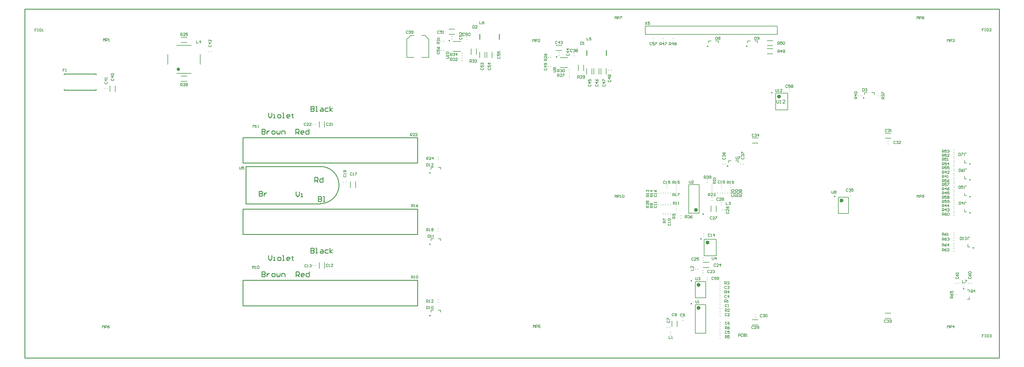
<source format=gto>
G04 Layer_Color=65535*
%FSLAX43Y43*%
%MOMM*%
G71*
G01*
G75*
%ADD28C,0.250*%
%ADD29C,0.150*%
%ADD30C,0.500*%
%ADD31C,0.200*%
%ADD35C,0.254*%
%ADD36C,0.178*%
%ADD72C,0.600*%
%ADD73C,0.100*%
D28*
X208250Y36675D02*
G03*
X208250Y36675I-125J0D01*
G01*
X124825Y57025D02*
G03*
X124825Y57025I-125J0D01*
G01*
X249400Y49780D02*
G03*
X249400Y49780I-125J0D01*
G01*
X230075Y81725D02*
G03*
X230075Y81725I-125J0D01*
G01*
X208950Y44315D02*
G03*
X208950Y44315I-125J0D01*
G01*
X205300Y23780D02*
G03*
X205300Y23780I-125J0D01*
G01*
X130800Y97775D02*
G03*
X130800Y97775I-125J0D01*
G01*
X289150Y21300D02*
G03*
X289150Y21300I-125J0D01*
G01*
X292100Y33900D02*
G03*
X292100Y33900I-125J0D01*
G01*
X258325Y80125D02*
G03*
X258325Y80125I-125J0D01*
G01*
X291100Y44700D02*
G03*
X291100Y44700I-125J0D01*
G01*
Y49700D02*
G03*
X291100Y49700I-125J0D01*
G01*
Y54900D02*
G03*
X291100Y54900I-125J0D01*
G01*
Y59800D02*
G03*
X291100Y59800I-125J0D01*
G01*
X210325Y96025D02*
G03*
X210325Y96025I-125J0D01*
G01*
X222325D02*
G03*
X222325Y96025I-125J0D01*
G01*
X205300Y16685D02*
G03*
X205300Y16685I-125J0D01*
G01*
X216455Y59095D02*
G03*
X216455Y59095I-125J0D01*
G01*
X163800Y92775D02*
G03*
X163800Y92775I-125J0D01*
G01*
X124825Y13025D02*
G03*
X124825Y13025I-125J0D01*
G01*
Y35025D02*
G03*
X124825Y35025I-125J0D01*
G01*
D29*
X52900Y97800D02*
Y97000D01*
X53433D01*
X54100D02*
Y97800D01*
X53700Y97400D01*
X54233D01*
X211600Y31050D02*
Y30383D01*
X211733Y30250D01*
X212000D01*
X212133Y30383D01*
Y31050D01*
X212800Y30250D02*
Y31050D01*
X212400Y30650D01*
X212933D01*
X140016Y103714D02*
Y102915D01*
X140550D01*
X141349Y103714D02*
X141083Y103581D01*
X140816Y103314D01*
Y103048D01*
X140949Y102915D01*
X141216D01*
X141349Y103048D01*
Y103181D01*
X141216Y103314D01*
X140816D01*
X123700Y59900D02*
Y59100D01*
X124100D01*
X124233Y59233D01*
Y59766D01*
X124100Y59900D01*
X123700D01*
X124500Y59100D02*
X124766D01*
X124633D01*
Y59900D01*
X124500Y59766D01*
X125699Y59100D02*
X125166D01*
X125699Y59633D01*
Y59766D01*
X125566Y59900D01*
X125299D01*
X125166Y59766D01*
X248435Y51486D02*
Y50819D01*
X248568Y50686D01*
X248834D01*
X248968Y50819D01*
Y51486D01*
X249234Y51352D02*
X249368Y51486D01*
X249634D01*
X249768Y51352D01*
Y51219D01*
X249634Y51086D01*
X249768Y50952D01*
Y50819D01*
X249634Y50686D01*
X249368D01*
X249234Y50819D01*
Y50952D01*
X249368Y51086D01*
X249234Y51219D01*
Y51352D01*
X249368Y51086D02*
X249634D01*
X137900Y102400D02*
Y101600D01*
X138300D01*
X138433Y101733D01*
Y102266D01*
X138300Y102400D01*
X137900D01*
X139233Y101600D02*
X138700D01*
X139233Y102133D01*
Y102266D01*
X139100Y102400D01*
X138833D01*
X138700Y102266D01*
X209100Y55300D02*
Y56100D01*
X209500D01*
X209633Y55966D01*
Y55700D01*
X209500Y55567D01*
X209100D01*
X209367D02*
X209633Y55300D01*
X209900Y55966D02*
X210033Y56100D01*
X210300D01*
X210433Y55966D01*
Y55833D01*
X210300Y55700D01*
X210166D01*
X210300D01*
X210433Y55567D01*
Y55433D01*
X210300Y55300D01*
X210033D01*
X209900Y55433D01*
X210699D02*
X210833Y55300D01*
X211099D01*
X211233Y55433D01*
Y55966D01*
X211099Y56100D01*
X210833D01*
X210699Y55966D01*
Y55833D01*
X210833Y55700D01*
X211233D01*
X70300Y71000D02*
Y71800D01*
X70567Y71533D01*
X70833Y71800D01*
Y71000D01*
X71100D02*
X71366D01*
X71233D01*
Y71800D01*
X71100Y71666D01*
X71766Y71000D02*
X72033D01*
X71899D01*
Y71800D01*
X71766Y71666D01*
X231100Y82800D02*
Y82133D01*
X231233Y82000D01*
X231500D01*
X231633Y82133D01*
Y82800D01*
X231900Y82000D02*
X232166D01*
X232033D01*
Y82800D01*
X231900Y82666D01*
X233099Y82000D02*
X232566D01*
X233099Y82533D01*
Y82666D01*
X232966Y82800D01*
X232699D01*
X232566Y82666D01*
X12279Y89083D02*
X11746D01*
Y88683D01*
X12013D01*
X11746D01*
Y88283D01*
X12546D02*
X12813D01*
X12679D01*
Y89083D01*
X12546Y88949D01*
X118700Y68400D02*
Y69200D01*
X119100D01*
X119233Y69066D01*
Y68800D01*
X119100Y68667D01*
X118700D01*
X118967D02*
X119233Y68400D01*
X120033D02*
X119500D01*
X120033Y68933D01*
Y69066D01*
X119900Y69200D01*
X119633D01*
X119500Y69066D01*
X120833Y68400D02*
X120299D01*
X120833Y68933D01*
Y69066D01*
X120699Y69200D01*
X120433D01*
X120299Y69066D01*
X215900Y48000D02*
Y47200D01*
X216433D01*
X216700Y47866D02*
X216833Y48000D01*
X217100D01*
X217233Y47866D01*
Y47733D01*
X217100Y47600D01*
X216966D01*
X217100D01*
X217233Y47467D01*
Y47333D01*
X217100Y47200D01*
X216833D01*
X216700Y47333D01*
X117933Y100666D02*
X117800Y100800D01*
X117533D01*
X117400Y100666D01*
Y100133D01*
X117533Y100000D01*
X117800D01*
X117933Y100133D01*
X118200Y100666D02*
X118333Y100800D01*
X118600D01*
X118733Y100666D01*
Y100533D01*
X118600Y100400D01*
X118466D01*
X118600D01*
X118733Y100267D01*
Y100133D01*
X118600Y100000D01*
X118333D01*
X118200Y100133D01*
X118999D02*
X119133Y100000D01*
X119399D01*
X119533Y100133D01*
Y100666D01*
X119399Y100800D01*
X119133D01*
X118999Y100666D01*
Y100533D01*
X119133Y100400D01*
X119533D01*
X191000Y103500D02*
X191533Y102700D01*
Y103500D02*
X191000Y102700D01*
X192333Y103500D02*
X191800D01*
Y103100D01*
X192066Y103233D01*
X192200D01*
X192333Y103100D01*
Y102833D01*
X192200Y102700D01*
X191933D01*
X191800Y102833D01*
X295233Y7200D02*
X294700D01*
Y6800D01*
X294967D01*
X294700D01*
Y6400D01*
X295500Y7200D02*
X295766D01*
X295633D01*
Y6400D01*
X295500D01*
X295766D01*
X296166Y7200D02*
Y6400D01*
X296566D01*
X296699Y6533D01*
Y7066D01*
X296566Y7200D01*
X296166D01*
X296966Y7066D02*
X297099Y7200D01*
X297366D01*
X297499Y7066D01*
Y6933D01*
X297366Y6800D01*
X297233D01*
X297366D01*
X297499Y6667D01*
Y6533D01*
X297366Y6400D01*
X297099D01*
X296966Y6533D01*
X204500Y54600D02*
Y53933D01*
X204633Y53800D01*
X204900D01*
X205033Y53933D01*
Y54600D01*
X205833Y53800D02*
X205300D01*
X205833Y54333D01*
Y54466D01*
X205700Y54600D01*
X205433D01*
X205300Y54466D01*
X206500Y24800D02*
Y24133D01*
X206633Y24000D01*
X206900D01*
X207033Y24133D01*
Y24800D01*
X207300Y24666D02*
X207433Y24800D01*
X207700D01*
X207833Y24666D01*
Y24533D01*
X207700Y24400D01*
X207566D01*
X207700D01*
X207833Y24267D01*
Y24133D01*
X207700Y24000D01*
X207433D01*
X207300Y24133D01*
X142734Y89333D02*
X142600Y89200D01*
Y88933D01*
X142734Y88800D01*
X143267D01*
X143400Y88933D01*
Y89200D01*
X143267Y89333D01*
X142600Y90133D02*
Y89600D01*
X143000D01*
X142867Y89866D01*
Y90000D01*
X143000Y90133D01*
X143267D01*
X143400Y90000D01*
Y89733D01*
X143267Y89600D01*
X143400Y90799D02*
X142600D01*
X143000Y90399D01*
Y90933D01*
X212033Y24766D02*
X211900Y24900D01*
X211633D01*
X211500Y24766D01*
Y24233D01*
X211633Y24100D01*
X211900D01*
X212033Y24233D01*
X212833Y24900D02*
X212300D01*
Y24500D01*
X212566Y24633D01*
X212700D01*
X212833Y24500D01*
Y24233D01*
X212700Y24100D01*
X212433D01*
X212300Y24233D01*
X213099D02*
X213233Y24100D01*
X213499D01*
X213633Y24233D01*
Y24766D01*
X213499Y24900D01*
X213233D01*
X213099Y24766D01*
Y24633D01*
X213233Y24500D01*
X213633D01*
X66100Y58900D02*
Y58233D01*
X66233Y58100D01*
X66500D01*
X66633Y58233D01*
Y58900D01*
X67433D02*
X66900D01*
Y58500D01*
X67166Y58633D01*
X67300D01*
X67433Y58500D01*
Y58233D01*
X67300Y58100D01*
X67033D01*
X66900Y58233D01*
X24200Y97600D02*
Y98400D01*
X24467Y98133D01*
X24733Y98400D01*
Y97600D01*
X25000D02*
Y98400D01*
X25400D01*
X25533Y98266D01*
Y98000D01*
X25400Y97867D01*
X25000D01*
X25799Y97600D02*
X26066D01*
X25933D01*
Y98400D01*
X25799Y98266D01*
X181647Y104412D02*
Y105212D01*
X181913Y104945D01*
X182180Y105212D01*
Y104412D01*
X182447D02*
Y105212D01*
X182846D01*
X182980Y105078D01*
Y104812D01*
X182846Y104679D01*
X182447D01*
X183246Y105212D02*
X183779D01*
Y105078D01*
X183246Y104545D01*
Y104412D01*
X231800Y96600D02*
Y97400D01*
X232200D01*
X232333Y97266D01*
Y97000D01*
X232200Y96867D01*
X231800D01*
X232067D02*
X232333Y96600D01*
X233133Y97400D02*
X232600D01*
Y97000D01*
X232866Y97133D01*
X233000D01*
X233133Y97000D01*
Y96733D01*
X233000Y96600D01*
X232733D01*
X232600Y96733D01*
X233399Y97266D02*
X233533Y97400D01*
X233799D01*
X233933Y97266D01*
Y96733D01*
X233799Y96600D01*
X233533D01*
X233399Y96733D01*
Y97266D01*
X129700Y92300D02*
X130367D01*
X130500Y92433D01*
Y92700D01*
X130367Y92833D01*
X129700D01*
X130500Y93100D02*
Y93366D01*
Y93233D01*
X129700D01*
X129834Y93100D01*
Y93766D02*
X129700Y93899D01*
Y94166D01*
X129834Y94299D01*
X130367D01*
X130500Y94166D01*
Y93899D01*
X130367Y93766D01*
X129834D01*
X181647Y49421D02*
Y50221D01*
X181913Y49954D01*
X182180Y50221D01*
Y49421D01*
X182447D02*
Y50221D01*
X182846D01*
X182980Y50087D01*
Y49821D01*
X182846Y49688D01*
X182447D01*
X183246Y49421D02*
X183513D01*
X183380D01*
Y50221D01*
X183246Y50087D01*
X183913D02*
X184046Y50221D01*
X184313D01*
X184446Y50087D01*
Y49554D01*
X184313Y49421D01*
X184046D01*
X183913Y49554D01*
Y50087D01*
X274662Y49421D02*
Y50221D01*
X274928Y49954D01*
X275195Y50221D01*
Y49421D01*
X275461D02*
Y50221D01*
X275861D01*
X275995Y50087D01*
Y49821D01*
X275861Y49688D01*
X275461D01*
X276261Y49554D02*
X276394Y49421D01*
X276661D01*
X276794Y49554D01*
Y50087D01*
X276661Y50221D01*
X276394D01*
X276261Y50087D01*
Y49954D01*
X276394Y49821D01*
X276794D01*
X274636Y104412D02*
Y105212D01*
X274903Y104945D01*
X275169Y105212D01*
Y104412D01*
X275436D02*
Y105212D01*
X275836D01*
X275969Y105078D01*
Y104812D01*
X275836Y104679D01*
X275436D01*
X276236Y105078D02*
X276369Y105212D01*
X276636D01*
X276769Y105078D01*
Y104945D01*
X276636Y104812D01*
X276769Y104679D01*
Y104545D01*
X276636Y104412D01*
X276369D01*
X276236Y104545D01*
Y104679D01*
X276369Y104812D01*
X276236Y104945D01*
Y105078D01*
X276369Y104812D02*
X276636D01*
X23900Y9200D02*
Y10000D01*
X24167Y9733D01*
X24433Y10000D01*
Y9200D01*
X24700D02*
Y10000D01*
X25100D01*
X25233Y9866D01*
Y9600D01*
X25100Y9467D01*
X24700D01*
X26033Y10000D02*
X25766Y9866D01*
X25499Y9600D01*
Y9333D01*
X25633Y9200D01*
X25899D01*
X26033Y9333D01*
Y9467D01*
X25899Y9600D01*
X25499D01*
X156500Y9300D02*
Y10100D01*
X156767Y9833D01*
X157033Y10100D01*
Y9300D01*
X157300D02*
Y10100D01*
X157700D01*
X157833Y9966D01*
Y9700D01*
X157700Y9567D01*
X157300D01*
X158633Y10100D02*
X158099D01*
Y9700D01*
X158366Y9833D01*
X158499D01*
X158633Y9700D01*
Y9433D01*
X158499Y9300D01*
X158233D01*
X158099Y9433D01*
X284000Y9200D02*
Y10000D01*
X284267Y9733D01*
X284533Y10000D01*
Y9200D01*
X284800D02*
Y10000D01*
X285200D01*
X285333Y9866D01*
Y9600D01*
X285200Y9467D01*
X284800D01*
X285999Y9200D02*
Y10000D01*
X285599Y9600D01*
X286133D01*
X284000Y97400D02*
Y98200D01*
X284267Y97933D01*
X284533Y98200D01*
Y97400D01*
X284800D02*
Y98200D01*
X285200D01*
X285333Y98066D01*
Y97800D01*
X285200Y97667D01*
X284800D01*
X285599Y98066D02*
X285733Y98200D01*
X285999D01*
X286133Y98066D01*
Y97933D01*
X285999Y97800D01*
X285866D01*
X285999D01*
X286133Y97667D01*
Y97533D01*
X285999Y97400D01*
X285733D01*
X285599Y97533D01*
X156400Y97400D02*
Y98200D01*
X156667Y97933D01*
X156933Y98200D01*
Y97400D01*
X157200D02*
Y98200D01*
X157600D01*
X157733Y98066D01*
Y97800D01*
X157600Y97667D01*
X157200D01*
X158533Y97400D02*
X157999D01*
X158533Y97933D01*
Y98066D01*
X158399Y98200D01*
X158133D01*
X157999Y98066D01*
X285700Y18400D02*
X284900D01*
Y18800D01*
X285034Y18933D01*
X285300D01*
X285433Y18800D01*
Y18400D01*
Y18667D02*
X285700Y18933D01*
X284900Y19733D02*
X285034Y19466D01*
X285300Y19200D01*
X285567D01*
X285700Y19333D01*
Y19600D01*
X285567Y19733D01*
X285433D01*
X285300Y19600D01*
Y19200D01*
X284900Y20533D02*
Y19999D01*
X285300D01*
X285167Y20266D01*
Y20399D01*
X285300Y20533D01*
X285567D01*
X285700Y20399D01*
Y20133D01*
X285567Y19999D01*
X282400Y34400D02*
Y35200D01*
X282800D01*
X282933Y35066D01*
Y34800D01*
X282800Y34667D01*
X282400D01*
X282667D02*
X282933Y34400D01*
X283733Y35200D02*
X283466Y35066D01*
X283200Y34800D01*
Y34533D01*
X283333Y34400D01*
X283600D01*
X283733Y34533D01*
Y34667D01*
X283600Y34800D01*
X283200D01*
X284399Y34400D02*
Y35200D01*
X283999Y34800D01*
X284533D01*
X282400Y36200D02*
Y37000D01*
X282800D01*
X282933Y36866D01*
Y36600D01*
X282800Y36467D01*
X282400D01*
X282667D02*
X282933Y36200D01*
X283733Y37000D02*
X283466Y36866D01*
X283200Y36600D01*
Y36333D01*
X283333Y36200D01*
X283600D01*
X283733Y36333D01*
Y36467D01*
X283600Y36600D01*
X283200D01*
X283999Y36866D02*
X284133Y37000D01*
X284399D01*
X284533Y36866D01*
Y36733D01*
X284399Y36600D01*
X284266D01*
X284399D01*
X284533Y36467D01*
Y36333D01*
X284399Y36200D01*
X284133D01*
X283999Y36333D01*
X282400Y32900D02*
Y33700D01*
X282800D01*
X282933Y33566D01*
Y33300D01*
X282800Y33167D01*
X282400D01*
X282667D02*
X282933Y32900D01*
X283733Y33700D02*
X283466Y33566D01*
X283200Y33300D01*
Y33033D01*
X283333Y32900D01*
X283600D01*
X283733Y33033D01*
Y33167D01*
X283600Y33300D01*
X283200D01*
X284533Y32900D02*
X283999D01*
X284533Y33433D01*
Y33566D01*
X284399Y33700D01*
X284133D01*
X283999Y33566D01*
X282400Y37700D02*
Y38500D01*
X282800D01*
X282933Y38366D01*
Y38100D01*
X282800Y37967D01*
X282400D01*
X282667D02*
X282933Y37700D01*
X283733Y38500D02*
X283466Y38366D01*
X283200Y38100D01*
Y37833D01*
X283333Y37700D01*
X283600D01*
X283733Y37833D01*
Y37967D01*
X283600Y38100D01*
X283200D01*
X283999Y37700D02*
X284266D01*
X284133D01*
Y38500D01*
X283999Y38366D01*
X291733Y20333D02*
Y20866D01*
X291600Y21000D01*
X291333D01*
X291200Y20866D01*
Y20333D01*
X291333Y20200D01*
X291600D01*
X291467Y20467D02*
X291733Y20200D01*
X291600D02*
X291733Y20333D01*
X292400Y20200D02*
Y21000D01*
X292000Y20600D01*
X292533D01*
X288600Y23900D02*
Y23100D01*
X289133D01*
X289400Y23900D02*
X289933D01*
Y23766D01*
X289400Y23233D01*
Y23100D01*
X287900Y37200D02*
Y36400D01*
X288300D01*
X288433Y36533D01*
Y37066D01*
X288300Y37200D01*
X287900D01*
X288700Y36400D02*
X288966D01*
X288833D01*
Y37200D01*
X288700Y37066D01*
X289366D02*
X289499Y37200D01*
X289766D01*
X289899Y37066D01*
Y36933D01*
X289766Y36800D01*
X289633D01*
X289766D01*
X289899Y36667D01*
Y36533D01*
X289766Y36400D01*
X289499D01*
X289366Y36533D01*
X286734Y24933D02*
X286600Y24800D01*
Y24533D01*
X286734Y24400D01*
X287267D01*
X287400Y24533D01*
Y24800D01*
X287267Y24933D01*
X286600Y25733D02*
X286734Y25466D01*
X287000Y25200D01*
X287267D01*
X287400Y25333D01*
Y25600D01*
X287267Y25733D01*
X287133D01*
X287000Y25600D01*
Y25200D01*
X287400Y25999D02*
Y26266D01*
Y26133D01*
X286600D01*
X286734Y25999D01*
X290634Y24933D02*
X290500Y24800D01*
Y24533D01*
X290634Y24400D01*
X291167D01*
X291300Y24533D01*
Y24800D01*
X291167Y24933D01*
X290500Y25733D02*
X290634Y25466D01*
X290900Y25200D01*
X291167D01*
X291300Y25333D01*
Y25600D01*
X291167Y25733D01*
X291033D01*
X290900Y25600D01*
Y25200D01*
X290634Y25999D02*
X290500Y26133D01*
Y26399D01*
X290634Y26533D01*
X291167D01*
X291300Y26399D01*
Y26133D01*
X291167Y25999D01*
X290634D01*
X282400Y43900D02*
Y44700D01*
X282800D01*
X282933Y44566D01*
Y44300D01*
X282800Y44167D01*
X282400D01*
X282667D02*
X282933Y43900D01*
X283733Y44700D02*
X283466Y44566D01*
X283200Y44300D01*
Y44033D01*
X283333Y43900D01*
X283600D01*
X283733Y44033D01*
Y44167D01*
X283600Y44300D01*
X283200D01*
X283999Y44566D02*
X284133Y44700D01*
X284399D01*
X284533Y44566D01*
Y44033D01*
X284399Y43900D01*
X284133D01*
X283999Y44033D01*
Y44566D01*
X282400Y47800D02*
Y48600D01*
X282800D01*
X282933Y48466D01*
Y48200D01*
X282800Y48067D01*
X282400D01*
X282667D02*
X282933Y47800D01*
X283733Y48600D02*
X283200D01*
Y48200D01*
X283466Y48333D01*
X283600D01*
X283733Y48200D01*
Y47933D01*
X283600Y47800D01*
X283333D01*
X283200Y47933D01*
X283999D02*
X284133Y47800D01*
X284399D01*
X284533Y47933D01*
Y48466D01*
X284399Y48600D01*
X284133D01*
X283999Y48466D01*
Y48333D01*
X284133Y48200D01*
X284533D01*
X282400Y49100D02*
Y49900D01*
X282800D01*
X282933Y49766D01*
Y49500D01*
X282800Y49367D01*
X282400D01*
X282667D02*
X282933Y49100D01*
X283733Y49900D02*
X283200D01*
Y49500D01*
X283466Y49633D01*
X283600D01*
X283733Y49500D01*
Y49233D01*
X283600Y49100D01*
X283333D01*
X283200Y49233D01*
X283999Y49766D02*
X284133Y49900D01*
X284399D01*
X284533Y49766D01*
Y49633D01*
X284399Y49500D01*
X284533Y49367D01*
Y49233D01*
X284399Y49100D01*
X284133D01*
X283999Y49233D01*
Y49367D01*
X284133Y49500D01*
X283999Y49633D01*
Y49766D01*
X284133Y49500D02*
X284399D01*
X282400Y53000D02*
Y53800D01*
X282800D01*
X282933Y53666D01*
Y53400D01*
X282800Y53267D01*
X282400D01*
X282667D02*
X282933Y53000D01*
X283733Y53800D02*
X283200D01*
Y53400D01*
X283466Y53533D01*
X283600D01*
X283733Y53400D01*
Y53133D01*
X283600Y53000D01*
X283333D01*
X283200Y53133D01*
X283999Y53800D02*
X284533D01*
Y53666D01*
X283999Y53133D01*
Y53000D01*
X282400Y54200D02*
Y55000D01*
X282800D01*
X282933Y54866D01*
Y54600D01*
X282800Y54467D01*
X282400D01*
X282667D02*
X282933Y54200D01*
X283733Y55000D02*
X283200D01*
Y54600D01*
X283466Y54733D01*
X283600D01*
X283733Y54600D01*
Y54333D01*
X283600Y54200D01*
X283333D01*
X283200Y54333D01*
X284533Y55000D02*
X284266Y54866D01*
X283999Y54600D01*
Y54333D01*
X284133Y54200D01*
X284399D01*
X284533Y54333D01*
Y54467D01*
X284399Y54600D01*
X283999D01*
X282400Y58200D02*
Y59000D01*
X282800D01*
X282933Y58866D01*
Y58600D01*
X282800Y58467D01*
X282400D01*
X282667D02*
X282933Y58200D01*
X283733Y59000D02*
X283200D01*
Y58600D01*
X283466Y58733D01*
X283600D01*
X283733Y58600D01*
Y58333D01*
X283600Y58200D01*
X283333D01*
X283200Y58333D01*
X284533Y59000D02*
X283999D01*
Y58600D01*
X284266Y58733D01*
X284399D01*
X284533Y58600D01*
Y58333D01*
X284399Y58200D01*
X284133D01*
X283999Y58333D01*
X282400Y59400D02*
Y60200D01*
X282800D01*
X282933Y60066D01*
Y59800D01*
X282800Y59667D01*
X282400D01*
X282667D02*
X282933Y59400D01*
X283733Y60200D02*
X283200D01*
Y59800D01*
X283466Y59933D01*
X283600D01*
X283733Y59800D01*
Y59533D01*
X283600Y59400D01*
X283333D01*
X283200Y59533D01*
X284399Y59400D02*
Y60200D01*
X283999Y59800D01*
X284533D01*
X282400Y63300D02*
Y64100D01*
X282800D01*
X282933Y63966D01*
Y63700D01*
X282800Y63567D01*
X282400D01*
X282667D02*
X282933Y63300D01*
X283733Y64100D02*
X283200D01*
Y63700D01*
X283466Y63833D01*
X283600D01*
X283733Y63700D01*
Y63433D01*
X283600Y63300D01*
X283333D01*
X283200Y63433D01*
X283999Y63966D02*
X284133Y64100D01*
X284399D01*
X284533Y63966D01*
Y63833D01*
X284399Y63700D01*
X284266D01*
X284399D01*
X284533Y63567D01*
Y63433D01*
X284399Y63300D01*
X284133D01*
X283999Y63433D01*
X282400Y62000D02*
Y62800D01*
X282800D01*
X282933Y62666D01*
Y62400D01*
X282800Y62267D01*
X282400D01*
X282667D02*
X282933Y62000D01*
X283733Y62800D02*
X283200D01*
Y62400D01*
X283466Y62533D01*
X283600D01*
X283733Y62400D01*
Y62133D01*
X283600Y62000D01*
X283333D01*
X283200Y62133D01*
X284533Y62000D02*
X283999D01*
X284533Y62533D01*
Y62666D01*
X284399Y62800D01*
X284133D01*
X283999Y62666D01*
X282400Y60800D02*
Y61600D01*
X282800D01*
X282933Y61466D01*
Y61200D01*
X282800Y61067D01*
X282400D01*
X282667D02*
X282933Y60800D01*
X283733Y61600D02*
X283200D01*
Y61200D01*
X283466Y61333D01*
X283600D01*
X283733Y61200D01*
Y60933D01*
X283600Y60800D01*
X283333D01*
X283200Y60933D01*
X283999Y60800D02*
X284266D01*
X284133D01*
Y61600D01*
X283999Y61466D01*
X282400Y56800D02*
Y57600D01*
X282800D01*
X282933Y57466D01*
Y57200D01*
X282800Y57067D01*
X282400D01*
X282667D02*
X282933Y56800D01*
X283600D02*
Y57600D01*
X283200Y57200D01*
X283733D01*
X284533Y56800D02*
X283999D01*
X284533Y57333D01*
Y57466D01*
X284399Y57600D01*
X284133D01*
X283999Y57466D01*
X282400Y55500D02*
Y56300D01*
X282800D01*
X282933Y56166D01*
Y55900D01*
X282800Y55767D01*
X282400D01*
X282667D02*
X282933Y55500D01*
X283600D02*
Y56300D01*
X283200Y55900D01*
X283733D01*
X283999Y55500D02*
X284266D01*
X284133D01*
Y56300D01*
X283999Y56166D01*
X216133Y16366D02*
X216000Y16500D01*
X215733D01*
X215600Y16366D01*
Y15833D01*
X215733Y15700D01*
X216000D01*
X216133Y15833D01*
X216400Y15700D02*
X216666D01*
X216533D01*
Y16500D01*
X216400Y16366D01*
X216133Y13566D02*
X216000Y13700D01*
X215733D01*
X215600Y13566D01*
Y13033D01*
X215733Y12900D01*
X216000D01*
X216133Y13033D01*
X216933Y12900D02*
X216400D01*
X216933Y13433D01*
Y13566D01*
X216800Y13700D01*
X216533D01*
X216400Y13566D01*
X216033Y21966D02*
X215900Y22100D01*
X215633D01*
X215500Y21966D01*
Y21433D01*
X215633Y21300D01*
X215900D01*
X216033Y21433D01*
X216300Y21966D02*
X216433Y22100D01*
X216700D01*
X216833Y21966D01*
Y21833D01*
X216700Y21700D01*
X216566D01*
X216700D01*
X216833Y21567D01*
Y21433D01*
X216700Y21300D01*
X216433D01*
X216300Y21433D01*
X216033Y19166D02*
X215900Y19300D01*
X215633D01*
X215500Y19166D01*
Y18633D01*
X215633Y18500D01*
X215900D01*
X216033Y18633D01*
X216700Y18500D02*
Y19300D01*
X216300Y18900D01*
X216833D01*
X216133Y8166D02*
X216000Y8300D01*
X215733D01*
X215600Y8166D01*
Y7633D01*
X215733Y7500D01*
X216000D01*
X216133Y7633D01*
X216933Y8300D02*
X216400D01*
Y7900D01*
X216666Y8033D01*
X216800D01*
X216933Y7900D01*
Y7633D01*
X216800Y7500D01*
X216533D01*
X216400Y7633D01*
X216133Y10966D02*
X216000Y11100D01*
X215733D01*
X215600Y10966D01*
Y10433D01*
X215733Y10300D01*
X216000D01*
X216133Y10433D01*
X216933Y11100D02*
X216666Y10966D01*
X216400Y10700D01*
Y10433D01*
X216533Y10300D01*
X216800D01*
X216933Y10433D01*
Y10567D01*
X216800Y10700D01*
X216400D01*
X197834Y11433D02*
X197700Y11300D01*
Y11033D01*
X197834Y10900D01*
X198367D01*
X198500Y11033D01*
Y11300D01*
X198367Y11433D01*
X197700Y11700D02*
Y12233D01*
X197834D01*
X198367Y11700D01*
X198500D01*
X199833Y13566D02*
X199700Y13700D01*
X199433D01*
X199300Y13566D01*
Y13033D01*
X199433Y12900D01*
X199700D01*
X199833Y13033D01*
X200100Y13566D02*
X200233Y13700D01*
X200500D01*
X200633Y13566D01*
Y13433D01*
X200500Y13300D01*
X200633Y13167D01*
Y13033D01*
X200500Y12900D01*
X200233D01*
X200100Y13033D01*
Y13167D01*
X200233Y13300D01*
X200100Y13433D01*
Y13566D01*
X200233Y13300D02*
X200500D01*
X202333Y13466D02*
X202200Y13600D01*
X201933D01*
X201800Y13466D01*
Y12933D01*
X201933Y12800D01*
X202200D01*
X202333Y12933D01*
X202600D02*
X202733Y12800D01*
X203000D01*
X203133Y12933D01*
Y13466D01*
X203000Y13600D01*
X202733D01*
X202600Y13466D01*
Y13333D01*
X202733Y13200D01*
X203133D01*
X198134Y41433D02*
X198000Y41300D01*
Y41033D01*
X198134Y40900D01*
X198667D01*
X198800Y41033D01*
Y41300D01*
X198667Y41433D01*
X198800Y41700D02*
Y41966D01*
Y41833D01*
X198000D01*
X198134Y41700D01*
Y42366D02*
X198000Y42499D01*
Y42766D01*
X198134Y42899D01*
X198667D01*
X198800Y42766D01*
Y42499D01*
X198667Y42366D01*
X198134D01*
X193834Y46833D02*
X193700Y46700D01*
Y46433D01*
X193834Y46300D01*
X194367D01*
X194500Y46433D01*
Y46700D01*
X194367Y46833D01*
X194500Y47100D02*
Y47366D01*
Y47233D01*
X193700D01*
X193834Y47100D01*
X194500Y47766D02*
Y48033D01*
Y47899D01*
X193700D01*
X193834Y47766D01*
X93333Y28766D02*
X93200Y28900D01*
X92933D01*
X92800Y28766D01*
Y28233D01*
X92933Y28100D01*
X93200D01*
X93333Y28233D01*
X93600Y28100D02*
X93866D01*
X93733D01*
Y28900D01*
X93600Y28766D01*
X94799Y28100D02*
X94266D01*
X94799Y28633D01*
Y28766D01*
X94666Y28900D01*
X94399D01*
X94266Y28766D01*
X86733Y28666D02*
X86600Y28800D01*
X86333D01*
X86200Y28666D01*
Y28133D01*
X86333Y28000D01*
X86600D01*
X86733Y28133D01*
X87000Y28000D02*
X87266D01*
X87133D01*
Y28800D01*
X87000Y28666D01*
X87666D02*
X87799Y28800D01*
X88066D01*
X88199Y28666D01*
Y28533D01*
X88066Y28400D01*
X87933D01*
X88066D01*
X88199Y28267D01*
Y28133D01*
X88066Y28000D01*
X87799D01*
X87666Y28133D01*
X210933Y38066D02*
X210800Y38200D01*
X210533D01*
X210400Y38066D01*
Y37533D01*
X210533Y37400D01*
X210800D01*
X210933Y37533D01*
X211200Y37400D02*
X211466D01*
X211333D01*
Y38200D01*
X211200Y38066D01*
X212266Y37400D02*
Y38200D01*
X211866Y37800D01*
X212399D01*
X197133Y54366D02*
X197000Y54500D01*
X196733D01*
X196600Y54366D01*
Y53833D01*
X196733Y53700D01*
X197000D01*
X197133Y53833D01*
X197400Y53700D02*
X197666D01*
X197533D01*
Y54500D01*
X197400Y54366D01*
X198599Y54500D02*
X198066D01*
Y54100D01*
X198333Y54233D01*
X198466D01*
X198599Y54100D01*
Y53833D01*
X198466Y53700D01*
X198199D01*
X198066Y53833D01*
X193834Y50233D02*
X193700Y50100D01*
Y49833D01*
X193834Y49700D01*
X194367D01*
X194500Y49833D01*
Y50100D01*
X194367Y50233D01*
X194500Y50500D02*
Y50766D01*
Y50633D01*
X193700D01*
X193834Y50500D01*
X193700Y51699D02*
X193834Y51433D01*
X194100Y51166D01*
X194367D01*
X194500Y51299D01*
Y51566D01*
X194367Y51699D01*
X194233D01*
X194100Y51566D01*
Y51166D01*
X100726Y56919D02*
X100592Y57053D01*
X100326D01*
X100193Y56919D01*
Y56386D01*
X100326Y56253D01*
X100592D01*
X100726Y56386D01*
X100992Y56253D02*
X101259D01*
X101126D01*
Y57053D01*
X100992Y56919D01*
X101659Y57053D02*
X102192D01*
Y56919D01*
X101659Y56386D01*
Y56253D01*
X98234Y56333D02*
X98100Y56200D01*
Y55933D01*
X98234Y55800D01*
X98767D01*
X98900Y55933D01*
Y56200D01*
X98767Y56333D01*
X98900Y56600D02*
Y56866D01*
Y56733D01*
X98100D01*
X98234Y56600D01*
Y57266D02*
X98100Y57399D01*
Y57666D01*
X98234Y57799D01*
X98367D01*
X98500Y57666D01*
X98633Y57799D01*
X98767D01*
X98900Y57666D01*
Y57399D01*
X98767Y57266D01*
X98633D01*
X98500Y57399D01*
X98367Y57266D01*
X98234D01*
X98500Y57399D02*
Y57666D01*
X213933Y54466D02*
X213800Y54600D01*
X213533D01*
X213400Y54466D01*
Y53933D01*
X213533Y53800D01*
X213800D01*
X213933Y53933D01*
X214200Y53800D02*
X214466D01*
X214333D01*
Y54600D01*
X214200Y54466D01*
X214866Y53933D02*
X214999Y53800D01*
X215266D01*
X215399Y53933D01*
Y54466D01*
X215266Y54600D01*
X214999D01*
X214866Y54466D01*
Y54333D01*
X214999Y54200D01*
X215399D01*
X217634Y50233D02*
X217500Y50100D01*
Y49833D01*
X217634Y49700D01*
X218167D01*
X218300Y49833D01*
Y50100D01*
X218167Y50233D01*
X218300Y51033D02*
Y50500D01*
X217767Y51033D01*
X217634D01*
X217500Y50900D01*
Y50633D01*
X217634Y50500D01*
Y51299D02*
X217500Y51433D01*
Y51699D01*
X217634Y51833D01*
X218167D01*
X218300Y51699D01*
Y51433D01*
X218167Y51299D01*
X217634D01*
X93433Y72266D02*
X93300Y72400D01*
X93033D01*
X92900Y72266D01*
Y71733D01*
X93033Y71600D01*
X93300D01*
X93433Y71733D01*
X94233Y71600D02*
X93700D01*
X94233Y72133D01*
Y72266D01*
X94100Y72400D01*
X93833D01*
X93700Y72266D01*
X94499Y71600D02*
X94766D01*
X94633D01*
Y72400D01*
X94499Y72266D01*
X86533D02*
X86400Y72400D01*
X86133D01*
X86000Y72266D01*
Y71733D01*
X86133Y71600D01*
X86400D01*
X86533Y71733D01*
X87333Y71600D02*
X86800D01*
X87333Y72133D01*
Y72266D01*
X87200Y72400D01*
X86933D01*
X86800Y72266D01*
X88133Y71600D02*
X87599D01*
X88133Y72133D01*
Y72266D01*
X87999Y72400D01*
X87733D01*
X87599Y72266D01*
X210733Y26866D02*
X210600Y27000D01*
X210333D01*
X210200Y26866D01*
Y26333D01*
X210333Y26200D01*
X210600D01*
X210733Y26333D01*
X211533Y26200D02*
X211000D01*
X211533Y26733D01*
Y26866D01*
X211400Y27000D01*
X211133D01*
X211000Y26866D01*
X211799D02*
X211933Y27000D01*
X212199D01*
X212333Y26866D01*
Y26733D01*
X212199Y26600D01*
X212066D01*
X212199D01*
X212333Y26467D01*
Y26333D01*
X212199Y26200D01*
X211933D01*
X211799Y26333D01*
X212733Y28866D02*
X212600Y29000D01*
X212333D01*
X212200Y28866D01*
Y28333D01*
X212333Y28200D01*
X212600D01*
X212733Y28333D01*
X213533Y28200D02*
X213000D01*
X213533Y28733D01*
Y28866D01*
X213400Y29000D01*
X213133D01*
X213000Y28866D01*
X214199Y28200D02*
Y29000D01*
X213799Y28600D01*
X214333D01*
X205833Y30716D02*
X205700Y30850D01*
X205433D01*
X205300Y30716D01*
Y30183D01*
X205433Y30050D01*
X205700D01*
X205833Y30183D01*
X206633Y30050D02*
X206100D01*
X206633Y30583D01*
Y30716D01*
X206500Y30850D01*
X206233D01*
X206100Y30716D01*
X207433Y30850D02*
X206899D01*
Y30450D01*
X207166Y30583D01*
X207299D01*
X207433Y30450D01*
Y30183D01*
X207299Y30050D01*
X207033D01*
X206899Y30183D01*
X216034Y45033D02*
X215900Y44900D01*
Y44633D01*
X216034Y44500D01*
X216567D01*
X216700Y44633D01*
Y44900D01*
X216567Y45033D01*
X216700Y45833D02*
Y45300D01*
X216167Y45833D01*
X216034D01*
X215900Y45700D01*
Y45433D01*
X216034Y45300D01*
X215900Y46633D02*
X216034Y46366D01*
X216300Y46099D01*
X216567D01*
X216700Y46233D01*
Y46499D01*
X216567Y46633D01*
X216433D01*
X216300Y46499D01*
Y46099D01*
X211533Y43366D02*
X211400Y43500D01*
X211133D01*
X211000Y43366D01*
Y42833D01*
X211133Y42700D01*
X211400D01*
X211533Y42833D01*
X212333Y42700D02*
X211800D01*
X212333Y43233D01*
Y43366D01*
X212200Y43500D01*
X211933D01*
X211800Y43366D01*
X212599Y43500D02*
X213133D01*
Y43366D01*
X212599Y42833D01*
Y42700D01*
X213533Y49166D02*
X213400Y49300D01*
X213133D01*
X213000Y49166D01*
Y48633D01*
X213133Y48500D01*
X213400D01*
X213533Y48633D01*
X214333Y48500D02*
X213800D01*
X214333Y49033D01*
Y49166D01*
X214200Y49300D01*
X213933D01*
X213800Y49166D01*
X214599D02*
X214733Y49300D01*
X214999D01*
X215133Y49166D01*
Y49033D01*
X214999Y48900D01*
X215133Y48767D01*
Y48633D01*
X214999Y48500D01*
X214733D01*
X214599Y48633D01*
Y48767D01*
X214733Y48900D01*
X214599Y49033D01*
Y49166D01*
X214733Y48900D02*
X214999D01*
X224333Y9666D02*
X224200Y9800D01*
X223933D01*
X223800Y9666D01*
Y9133D01*
X223933Y9000D01*
X224200D01*
X224333Y9133D01*
X225133Y9000D02*
X224600D01*
X225133Y9533D01*
Y9666D01*
X225000Y9800D01*
X224733D01*
X224600Y9666D01*
X225399Y9133D02*
X225533Y9000D01*
X225799D01*
X225933Y9133D01*
Y9666D01*
X225799Y9800D01*
X225533D01*
X225399Y9666D01*
Y9533D01*
X225533Y9400D01*
X225933D01*
X226933Y13266D02*
X226800Y13400D01*
X226533D01*
X226400Y13266D01*
Y12733D01*
X226533Y12600D01*
X226800D01*
X226933Y12733D01*
X227200Y13266D02*
X227333Y13400D01*
X227600D01*
X227733Y13266D01*
Y13133D01*
X227600Y13000D01*
X227466D01*
X227600D01*
X227733Y12867D01*
Y12733D01*
X227600Y12600D01*
X227333D01*
X227200Y12733D01*
X227999Y13266D02*
X228133Y13400D01*
X228399D01*
X228533Y13266D01*
Y12733D01*
X228399Y12600D01*
X228133D01*
X227999Y12733D01*
Y13266D01*
X265433Y70366D02*
X265300Y70500D01*
X265033D01*
X264900Y70366D01*
Y69833D01*
X265033Y69700D01*
X265300D01*
X265433Y69833D01*
X265700Y70366D02*
X265833Y70500D01*
X266100D01*
X266233Y70366D01*
Y70233D01*
X266100Y70100D01*
X265966D01*
X266100D01*
X266233Y69967D01*
Y69833D01*
X266100Y69700D01*
X265833D01*
X265700Y69833D01*
X266499Y69700D02*
X266766D01*
X266633D01*
Y70500D01*
X266499Y70366D01*
X268033Y66666D02*
X267900Y66800D01*
X267633D01*
X267500Y66666D01*
Y66133D01*
X267633Y66000D01*
X267900D01*
X268033Y66133D01*
X268300Y66666D02*
X268433Y66800D01*
X268700D01*
X268833Y66666D01*
Y66533D01*
X268700Y66400D01*
X268566D01*
X268700D01*
X268833Y66267D01*
Y66133D01*
X268700Y66000D01*
X268433D01*
X268300Y66133D01*
X269633Y66000D02*
X269099D01*
X269633Y66533D01*
Y66666D01*
X269499Y66800D01*
X269233D01*
X269099Y66666D01*
X265133Y11566D02*
X265000Y11700D01*
X264733D01*
X264600Y11566D01*
Y11033D01*
X264733Y10900D01*
X265000D01*
X265133Y11033D01*
X265400Y11566D02*
X265533Y11700D01*
X265800D01*
X265933Y11566D01*
Y11433D01*
X265800Y11300D01*
X265666D01*
X265800D01*
X265933Y11167D01*
Y11033D01*
X265800Y10900D01*
X265533D01*
X265400Y11033D01*
X266199Y11566D02*
X266333Y11700D01*
X266599D01*
X266733Y11566D01*
Y11433D01*
X266599Y11300D01*
X266466D01*
X266599D01*
X266733Y11167D01*
Y11033D01*
X266599Y10900D01*
X266333D01*
X266199Y11033D01*
X224433Y68866D02*
X224300Y69000D01*
X224033D01*
X223900Y68866D01*
Y68333D01*
X224033Y68200D01*
X224300D01*
X224433Y68333D01*
X224700Y68866D02*
X224833Y69000D01*
X225100D01*
X225233Y68866D01*
Y68733D01*
X225100Y68600D01*
X224966D01*
X225100D01*
X225233Y68467D01*
Y68333D01*
X225100Y68200D01*
X224833D01*
X224700Y68333D01*
X225899Y68200D02*
Y69000D01*
X225499Y68600D01*
X226033D01*
X253433Y51966D02*
X253300Y52100D01*
X253033D01*
X252900Y51966D01*
Y51433D01*
X253033Y51300D01*
X253300D01*
X253433Y51433D01*
X253700Y51966D02*
X253833Y52100D01*
X254100D01*
X254233Y51966D01*
Y51833D01*
X254100Y51700D01*
X253966D01*
X254100D01*
X254233Y51567D01*
Y51433D01*
X254100Y51300D01*
X253833D01*
X253700Y51433D01*
X255033Y52100D02*
X254499D01*
Y51700D01*
X254766Y51833D01*
X254899D01*
X255033Y51700D01*
Y51433D01*
X254899Y51300D01*
X254633D01*
X254499Y51433D01*
X214934Y61733D02*
X214800Y61600D01*
Y61333D01*
X214934Y61200D01*
X215467D01*
X215600Y61333D01*
Y61600D01*
X215467Y61733D01*
X214934Y62000D02*
X214800Y62133D01*
Y62400D01*
X214934Y62533D01*
X215067D01*
X215200Y62400D01*
Y62266D01*
Y62400D01*
X215333Y62533D01*
X215467D01*
X215600Y62400D01*
Y62133D01*
X215467Y62000D01*
X214800Y63333D02*
X214934Y63066D01*
X215200Y62799D01*
X215467D01*
X215600Y62933D01*
Y63199D01*
X215467Y63333D01*
X215333D01*
X215200Y63199D01*
Y62799D01*
X220734Y61833D02*
X220600Y61700D01*
Y61433D01*
X220734Y61300D01*
X221267D01*
X221400Y61433D01*
Y61700D01*
X221267Y61833D01*
X220734Y62100D02*
X220600Y62233D01*
Y62500D01*
X220734Y62633D01*
X220867D01*
X221000Y62500D01*
Y62366D01*
Y62500D01*
X221133Y62633D01*
X221267D01*
X221400Y62500D01*
Y62233D01*
X221267Y62100D01*
X220600Y62899D02*
Y63433D01*
X220734D01*
X221267Y62899D01*
X221400D01*
X168533Y94966D02*
X168400Y95100D01*
X168133D01*
X168000Y94966D01*
Y94433D01*
X168133Y94300D01*
X168400D01*
X168533Y94433D01*
X168800Y94966D02*
X168933Y95100D01*
X169200D01*
X169333Y94966D01*
Y94833D01*
X169200Y94700D01*
X169066D01*
X169200D01*
X169333Y94567D01*
Y94433D01*
X169200Y94300D01*
X168933D01*
X168800Y94433D01*
X169599Y94966D02*
X169733Y95100D01*
X169999D01*
X170133Y94966D01*
Y94833D01*
X169999Y94700D01*
X170133Y94567D01*
Y94433D01*
X169999Y94300D01*
X169733D01*
X169599Y94433D01*
Y94567D01*
X169733Y94700D01*
X169599Y94833D01*
Y94966D01*
X169733Y94700D02*
X169999D01*
X26734Y86033D02*
X26600Y85900D01*
Y85633D01*
X26734Y85500D01*
X27267D01*
X27400Y85633D01*
Y85900D01*
X27267Y86033D01*
X27400Y86700D02*
X26600D01*
X27000Y86300D01*
Y86833D01*
X26734Y87099D02*
X26600Y87233D01*
Y87499D01*
X26734Y87633D01*
X27267D01*
X27400Y87499D01*
Y87233D01*
X27267Y87099D01*
X26734D01*
X24734Y85033D02*
X24600Y84900D01*
Y84633D01*
X24734Y84500D01*
X25267D01*
X25400Y84633D01*
Y84900D01*
X25267Y85033D01*
X25400Y85700D02*
X24600D01*
X25000Y85300D01*
Y85833D01*
X25400Y86099D02*
Y86366D01*
Y86233D01*
X24600D01*
X24734Y86099D01*
X56734Y96433D02*
X56600Y96300D01*
Y96033D01*
X56734Y95900D01*
X57267D01*
X57400Y96033D01*
Y96300D01*
X57267Y96433D01*
X57400Y97100D02*
X56600D01*
X57000Y96700D01*
Y97233D01*
X57400Y98033D02*
Y97499D01*
X56867Y98033D01*
X56734D01*
X56600Y97899D01*
Y97633D01*
X56734Y97499D01*
X163933Y97466D02*
X163800Y97600D01*
X163533D01*
X163400Y97466D01*
Y96933D01*
X163533Y96800D01*
X163800D01*
X163933Y96933D01*
X164600Y96800D02*
Y97600D01*
X164200Y97200D01*
X164733D01*
X164999Y97466D02*
X165133Y97600D01*
X165399D01*
X165533Y97466D01*
Y97333D01*
X165399Y97200D01*
X165266D01*
X165399D01*
X165533Y97067D01*
Y96933D01*
X165399Y96800D01*
X165133D01*
X164999Y96933D01*
X166934Y93733D02*
X166800Y93600D01*
Y93333D01*
X166934Y93200D01*
X167467D01*
X167600Y93333D01*
Y93600D01*
X167467Y93733D01*
X167600Y94400D02*
X166800D01*
X167200Y94000D01*
Y94533D01*
X167600Y95199D02*
X166800D01*
X167200Y94799D01*
Y95333D01*
X173634Y84233D02*
X173500Y84100D01*
Y83833D01*
X173634Y83700D01*
X174167D01*
X174300Y83833D01*
Y84100D01*
X174167Y84233D01*
X174300Y84900D02*
X173500D01*
X173900Y84500D01*
Y85033D01*
X173500Y85833D02*
Y85299D01*
X173900D01*
X173767Y85566D01*
Y85699D01*
X173900Y85833D01*
X174167D01*
X174300Y85699D01*
Y85433D01*
X174167Y85299D01*
X175834Y84233D02*
X175700Y84100D01*
Y83833D01*
X175834Y83700D01*
X176367D01*
X176500Y83833D01*
Y84100D01*
X176367Y84233D01*
X176500Y84900D02*
X175700D01*
X176100Y84500D01*
Y85033D01*
X175700Y85833D02*
X175834Y85566D01*
X176100Y85299D01*
X176367D01*
X176500Y85433D01*
Y85699D01*
X176367Y85833D01*
X176233D01*
X176100Y85699D01*
Y85299D01*
X178034Y84233D02*
X177900Y84100D01*
Y83833D01*
X178034Y83700D01*
X178567D01*
X178700Y83833D01*
Y84100D01*
X178567Y84233D01*
X178700Y84900D02*
X177900D01*
X178300Y84500D01*
Y85033D01*
X177900Y85299D02*
Y85833D01*
X178034D01*
X178567Y85299D01*
X178700D01*
X179734Y85633D02*
X179600Y85500D01*
Y85233D01*
X179734Y85100D01*
X180267D01*
X180400Y85233D01*
Y85500D01*
X180267Y85633D01*
X180400Y86300D02*
X179600D01*
X180000Y85900D01*
Y86433D01*
X179734Y86699D02*
X179600Y86833D01*
Y87099D01*
X179734Y87233D01*
X179867D01*
X180000Y87099D01*
X180133Y87233D01*
X180267D01*
X180400Y87099D01*
Y86833D01*
X180267Y86699D01*
X180133D01*
X180000Y86833D01*
X179867Y86699D01*
X179734D01*
X180000Y86833D02*
Y87099D01*
X160034Y89233D02*
X159900Y89100D01*
Y88833D01*
X160034Y88700D01*
X160567D01*
X160700Y88833D01*
Y89100D01*
X160567Y89233D01*
X160700Y89900D02*
X159900D01*
X160300Y89500D01*
Y90033D01*
X160567Y90299D02*
X160700Y90433D01*
Y90699D01*
X160567Y90833D01*
X160034D01*
X159900Y90699D01*
Y90433D01*
X160034Y90299D01*
X160167D01*
X160300Y90433D01*
Y90833D01*
X135433Y99966D02*
X135300Y100100D01*
X135033D01*
X134900Y99966D01*
Y99433D01*
X135033Y99300D01*
X135300D01*
X135433Y99433D01*
X136233Y100100D02*
X135700D01*
Y99700D01*
X135966Y99833D01*
X136100D01*
X136233Y99700D01*
Y99433D01*
X136100Y99300D01*
X135833D01*
X135700Y99433D01*
X136500Y99966D02*
X136633Y100100D01*
X136899D01*
X137033Y99966D01*
Y99433D01*
X136899Y99300D01*
X136633D01*
X136500Y99433D01*
Y99966D01*
X127633Y100666D02*
X127500Y100800D01*
X127233D01*
X127100Y100666D01*
Y100133D01*
X127233Y100000D01*
X127500D01*
X127633Y100133D01*
X128433Y100800D02*
X127900D01*
Y100400D01*
X128166Y100533D01*
X128300D01*
X128433Y100400D01*
Y100133D01*
X128300Y100000D01*
X128033D01*
X127900Y100133D01*
X128700Y100000D02*
X128966D01*
X128833D01*
Y100800D01*
X128700Y100666D01*
X133934Y98733D02*
X133800Y98600D01*
Y98333D01*
X133934Y98200D01*
X134467D01*
X134600Y98333D01*
Y98600D01*
X134467Y98733D01*
X133800Y99533D02*
Y99000D01*
X134200D01*
X134067Y99266D01*
Y99400D01*
X134200Y99533D01*
X134467D01*
X134600Y99400D01*
Y99133D01*
X134467Y99000D01*
X134600Y100333D02*
Y99799D01*
X134067Y100333D01*
X133934D01*
X133800Y100199D01*
Y99933D01*
X133934Y99799D01*
X140534Y89333D02*
X140400Y89200D01*
Y88933D01*
X140534Y88800D01*
X141067D01*
X141200Y88933D01*
Y89200D01*
X141067Y89333D01*
X140400Y90133D02*
Y89600D01*
X140800D01*
X140667Y89866D01*
Y90000D01*
X140800Y90133D01*
X141067D01*
X141200Y90000D01*
Y89733D01*
X141067Y89600D01*
X140534Y90399D02*
X140400Y90533D01*
Y90799D01*
X140534Y90933D01*
X140667D01*
X140800Y90799D01*
Y90666D01*
Y90799D01*
X140933Y90933D01*
X141067D01*
X141200Y90799D01*
Y90533D01*
X141067Y90399D01*
X145634Y92833D02*
X145500Y92700D01*
Y92433D01*
X145634Y92300D01*
X146167D01*
X146300Y92433D01*
Y92700D01*
X146167Y92833D01*
X145500Y93633D02*
Y93100D01*
X145900D01*
X145767Y93366D01*
Y93500D01*
X145900Y93633D01*
X146167D01*
X146300Y93500D01*
Y93233D01*
X146167Y93100D01*
X145500Y94433D02*
Y93899D01*
X145900D01*
X145767Y94166D01*
Y94299D01*
X145900Y94433D01*
X146167D01*
X146300Y94299D01*
Y94033D01*
X146167Y93899D01*
X127034Y94233D02*
X126900Y94100D01*
Y93833D01*
X127034Y93700D01*
X127567D01*
X127700Y93833D01*
Y94100D01*
X127567Y94233D01*
X126900Y95033D02*
Y94500D01*
X127300D01*
X127167Y94766D01*
Y94900D01*
X127300Y95033D01*
X127567D01*
X127700Y94900D01*
Y94633D01*
X127567Y94500D01*
X126900Y95833D02*
X127034Y95566D01*
X127300Y95299D01*
X127567D01*
X127700Y95433D01*
Y95699D01*
X127567Y95833D01*
X127433D01*
X127300Y95699D01*
Y95299D01*
X192933Y97066D02*
X192800Y97200D01*
X192533D01*
X192400Y97066D01*
Y96533D01*
X192533Y96400D01*
X192800D01*
X192933Y96533D01*
X193733Y97200D02*
X193200D01*
Y96800D01*
X193466Y96933D01*
X193600D01*
X193733Y96800D01*
Y96533D01*
X193600Y96400D01*
X193333D01*
X193200Y96533D01*
X193999Y97200D02*
X194533D01*
Y97066D01*
X193999Y96533D01*
Y96400D01*
X234833Y83966D02*
X234700Y84100D01*
X234433D01*
X234300Y83966D01*
Y83433D01*
X234433Y83300D01*
X234700D01*
X234833Y83433D01*
X235633Y84100D02*
X235100D01*
Y83700D01*
X235366Y83833D01*
X235500D01*
X235633Y83700D01*
Y83433D01*
X235500Y83300D01*
X235233D01*
X235100Y83433D01*
X235899Y83966D02*
X236033Y84100D01*
X236299D01*
X236433Y83966D01*
Y83833D01*
X236299Y83700D01*
X236433Y83567D01*
Y83433D01*
X236299Y83300D01*
X236033D01*
X235899Y83433D01*
Y83567D01*
X236033Y83700D01*
X235899Y83833D01*
Y83966D01*
X236033Y83700D02*
X236299D01*
X171100Y97400D02*
Y96600D01*
X171500D01*
X171633Y96733D01*
Y97266D01*
X171500Y97400D01*
X171100D01*
X171900Y96600D02*
X172166D01*
X172033D01*
Y97400D01*
X171900Y97266D01*
X257900Y83000D02*
Y82200D01*
X258300D01*
X258433Y82333D01*
Y82866D01*
X258300Y83000D01*
X257900D01*
X258700Y82866D02*
X258833Y83000D01*
X259100D01*
X259233Y82866D01*
Y82733D01*
X259100Y82600D01*
X258966D01*
X259100D01*
X259233Y82467D01*
Y82333D01*
X259100Y82200D01*
X258833D01*
X258700Y82333D01*
X287600Y48100D02*
Y47300D01*
X288000D01*
X288133Y47433D01*
Y47966D01*
X288000Y48100D01*
X287600D01*
X288800Y47300D02*
Y48100D01*
X288400Y47700D01*
X288933D01*
X287500Y53000D02*
Y52200D01*
X287900D01*
X288033Y52333D01*
Y52866D01*
X287900Y53000D01*
X287500D01*
X288833D02*
X288300D01*
Y52600D01*
X288566Y52733D01*
X288700D01*
X288833Y52600D01*
Y52333D01*
X288700Y52200D01*
X288433D01*
X288300Y52333D01*
X287600Y58200D02*
Y57400D01*
X288000D01*
X288133Y57533D01*
Y58066D01*
X288000Y58200D01*
X287600D01*
X288933D02*
X288666Y58066D01*
X288400Y57800D01*
Y57533D01*
X288533Y57400D01*
X288800D01*
X288933Y57533D01*
Y57667D01*
X288800Y57800D01*
X288400D01*
X287500Y63100D02*
Y62300D01*
X287900D01*
X288033Y62433D01*
Y62966D01*
X287900Y63100D01*
X287500D01*
X288300D02*
X288833D01*
Y62966D01*
X288300Y62433D01*
Y62300D01*
X212700Y98900D02*
Y98100D01*
X213100D01*
X213233Y98233D01*
Y98766D01*
X213100Y98900D01*
X212700D01*
X213500Y98766D02*
X213633Y98900D01*
X213900D01*
X214033Y98766D01*
Y98633D01*
X213900Y98500D01*
X214033Y98367D01*
Y98233D01*
X213900Y98100D01*
X213633D01*
X213500Y98233D01*
Y98367D01*
X213633Y98500D01*
X213500Y98633D01*
Y98766D01*
X213633Y98500D02*
X213900D01*
X224700Y98900D02*
Y98100D01*
X225100D01*
X225233Y98233D01*
Y98766D01*
X225100Y98900D01*
X224700D01*
X225500Y98233D02*
X225633Y98100D01*
X225900D01*
X226033Y98233D01*
Y98766D01*
X225900Y98900D01*
X225633D01*
X225500Y98766D01*
Y98633D01*
X225633Y98500D01*
X226033D01*
X3633Y101400D02*
X3100D01*
Y101000D01*
X3367D01*
X3100D01*
Y100600D01*
X3900Y101400D02*
X4166D01*
X4033D01*
Y100600D01*
X3900D01*
X4166D01*
X4566Y101400D02*
Y100600D01*
X4966D01*
X5099Y100733D01*
Y101266D01*
X4966Y101400D01*
X4566D01*
X5366Y100600D02*
X5633D01*
X5499D01*
Y101400D01*
X5366Y101266D01*
X295233Y101500D02*
X294700D01*
Y101100D01*
X294967D01*
X294700D01*
Y100700D01*
X295500Y101500D02*
X295766D01*
X295633D01*
Y100700D01*
X295500D01*
X295766D01*
X296166Y101500D02*
Y100700D01*
X296566D01*
X296699Y100833D01*
Y101366D01*
X296566Y101500D01*
X296166D01*
X297499Y100700D02*
X296966D01*
X297499Y101233D01*
Y101366D01*
X297366Y101500D01*
X297099D01*
X296966Y101366D01*
X198300Y6700D02*
Y5900D01*
X198833D01*
X199100D02*
X199366D01*
X199233D01*
Y6700D01*
X199100Y6566D01*
X205000Y26900D02*
X205800D01*
Y27433D01*
Y28233D02*
Y27700D01*
X205267Y28233D01*
X205134D01*
X205000Y28100D01*
Y27833D01*
X205134Y27700D01*
X173023Y98708D02*
Y97908D01*
X173556D01*
X174356Y98708D02*
X173823D01*
Y98308D01*
X174089Y98441D01*
X174223D01*
X174356Y98308D01*
Y98041D01*
X174223Y97908D01*
X173956D01*
X173823Y98041D01*
X219685Y6602D02*
Y7402D01*
X220085D01*
X220218Y7269D01*
Y7002D01*
X220085Y6869D01*
X219685D01*
X221018Y7269D02*
X220885Y7402D01*
X220618D01*
X220485Y7269D01*
Y6735D01*
X220618Y6602D01*
X220885D01*
X221018Y6735D01*
X221285Y7402D02*
Y6602D01*
X221685D01*
X221818Y6735D01*
Y6869D01*
X221685Y7002D01*
X221285D01*
X221685D01*
X221818Y7135D01*
Y7269D01*
X221685Y7402D01*
X221285D01*
X222084Y6602D02*
X222351D01*
X222218D01*
Y7402D01*
X222084Y7269D01*
X215500Y17100D02*
Y17900D01*
X215900D01*
X216033Y17766D01*
Y17500D01*
X215900Y17367D01*
X215500D01*
X215767D02*
X216033Y17100D01*
X216300D02*
X216566D01*
X216433D01*
Y17900D01*
X216300Y17766D01*
X215600Y14300D02*
Y15100D01*
X216000D01*
X216133Y14966D01*
Y14700D01*
X216000Y14567D01*
X215600D01*
X215867D02*
X216133Y14300D01*
X216933D02*
X216400D01*
X216933Y14833D01*
Y14966D01*
X216800Y15100D01*
X216533D01*
X216400Y14966D01*
X215500Y22700D02*
Y23500D01*
X215900D01*
X216033Y23366D01*
Y23100D01*
X215900Y22967D01*
X215500D01*
X215767D02*
X216033Y22700D01*
X216300Y23366D02*
X216433Y23500D01*
X216700D01*
X216833Y23366D01*
Y23233D01*
X216700Y23100D01*
X216566D01*
X216700D01*
X216833Y22967D01*
Y22833D01*
X216700Y22700D01*
X216433D01*
X216300Y22833D01*
X215500Y19900D02*
Y20700D01*
X215900D01*
X216033Y20566D01*
Y20300D01*
X215900Y20167D01*
X215500D01*
X215767D02*
X216033Y19900D01*
X216700D02*
Y20700D01*
X216300Y20300D01*
X216833D01*
X215600Y6100D02*
Y6900D01*
X216000D01*
X216133Y6766D01*
Y6500D01*
X216000Y6367D01*
X215600D01*
X215867D02*
X216133Y6100D01*
X216933Y6900D02*
X216400D01*
Y6500D01*
X216666Y6633D01*
X216800D01*
X216933Y6500D01*
Y6233D01*
X216800Y6100D01*
X216533D01*
X216400Y6233D01*
X215600Y8900D02*
Y9700D01*
X216000D01*
X216133Y9566D01*
Y9300D01*
X216000Y9167D01*
X215600D01*
X215867D02*
X216133Y8900D01*
X216933Y9700D02*
X216666Y9566D01*
X216400Y9300D01*
Y9033D01*
X216533Y8900D01*
X216800D01*
X216933Y9033D01*
Y9167D01*
X216800Y9300D01*
X216400D01*
X197300Y41600D02*
X196500D01*
Y42000D01*
X196634Y42133D01*
X196900D01*
X197033Y42000D01*
Y41600D01*
Y41867D02*
X197300Y42133D01*
X196500Y42400D02*
Y42933D01*
X196634D01*
X197167Y42400D01*
X197300D01*
X193300Y46300D02*
X192500D01*
Y46700D01*
X192634Y46833D01*
X192900D01*
X193033Y46700D01*
Y46300D01*
Y46567D02*
X193300Y46833D01*
X192634Y47100D02*
X192500Y47233D01*
Y47500D01*
X192634Y47633D01*
X192767D01*
X192900Y47500D01*
X193033Y47633D01*
X193167D01*
X193300Y47500D01*
Y47233D01*
X193167Y47100D01*
X193033D01*
X192900Y47233D01*
X192767Y47100D01*
X192634D01*
X192900Y47233D02*
Y47500D01*
X200200Y43000D02*
X199400D01*
Y43400D01*
X199534Y43533D01*
X199800D01*
X199933Y43400D01*
Y43000D01*
Y43267D02*
X200200Y43533D01*
X200067Y43800D02*
X200200Y43933D01*
Y44200D01*
X200067Y44333D01*
X199534D01*
X199400Y44200D01*
Y43933D01*
X199534Y43800D01*
X199667D01*
X199800Y43933D01*
Y44333D01*
X119000Y24500D02*
Y25300D01*
X119400D01*
X119533Y25166D01*
Y24900D01*
X119400Y24767D01*
X119000D01*
X119267D02*
X119533Y24500D01*
X119800D02*
X120066D01*
X119933D01*
Y25300D01*
X119800Y25166D01*
X120466D02*
X120599Y25300D01*
X120866D01*
X120999Y25166D01*
Y24633D01*
X120866Y24500D01*
X120599D01*
X120466Y24633D01*
Y25166D01*
X199600Y47300D02*
Y48100D01*
X200000D01*
X200133Y47966D01*
Y47700D01*
X200000Y47567D01*
X199600D01*
X199867D02*
X200133Y47300D01*
X200400D02*
X200666D01*
X200533D01*
Y48100D01*
X200400Y47966D01*
X201066Y47300D02*
X201333D01*
X201199D01*
Y48100D01*
X201066Y47966D01*
X123700Y17100D02*
Y17900D01*
X124100D01*
X124233Y17766D01*
Y17500D01*
X124100Y17367D01*
X123700D01*
X123967D02*
X124233Y17100D01*
X124500D02*
X124766D01*
X124633D01*
Y17900D01*
X124500Y17766D01*
X125699Y17100D02*
X125166D01*
X125699Y17633D01*
Y17766D01*
X125566Y17900D01*
X125299D01*
X125166Y17766D01*
X192100Y49700D02*
X191300D01*
Y50100D01*
X191434Y50233D01*
X191700D01*
X191833Y50100D01*
Y49700D01*
Y49967D02*
X192100Y50233D01*
Y50500D02*
Y50766D01*
Y50633D01*
X191300D01*
X191434Y50500D01*
Y51166D02*
X191300Y51299D01*
Y51566D01*
X191434Y51699D01*
X191567D01*
X191700Y51566D01*
Y51433D01*
Y51566D01*
X191833Y51699D01*
X191967D01*
X192100Y51566D01*
Y51299D01*
X191967Y51166D01*
X193300Y49700D02*
X192500D01*
Y50100D01*
X192634Y50233D01*
X192900D01*
X193033Y50100D01*
Y49700D01*
Y49967D02*
X193300Y50233D01*
Y50500D02*
Y50766D01*
Y50633D01*
X192500D01*
X192634Y50500D01*
X193300Y51566D02*
X192500D01*
X192900Y51166D01*
Y51699D01*
X199500Y53700D02*
Y54500D01*
X199900D01*
X200033Y54366D01*
Y54100D01*
X199900Y53967D01*
X199500D01*
X199767D02*
X200033Y53700D01*
X200300D02*
X200566D01*
X200433D01*
Y54500D01*
X200300Y54366D01*
X201499Y54500D02*
X200966D01*
Y54100D01*
X201233Y54233D01*
X201366D01*
X201499Y54100D01*
Y53833D01*
X201366Y53700D01*
X201099D01*
X200966Y53833D01*
X119000Y46500D02*
Y47300D01*
X119400D01*
X119533Y47166D01*
Y46900D01*
X119400Y46767D01*
X119000D01*
X119267D02*
X119533Y46500D01*
X119800D02*
X120066D01*
X119933D01*
Y47300D01*
X119800Y47166D01*
X120999Y47300D02*
X120733Y47166D01*
X120466Y46900D01*
Y46633D01*
X120599Y46500D01*
X120866D01*
X120999Y46633D01*
Y46767D01*
X120866Y46900D01*
X120466D01*
X199500Y49900D02*
Y50700D01*
X199900D01*
X200033Y50566D01*
Y50300D01*
X199900Y50167D01*
X199500D01*
X199767D02*
X200033Y49900D01*
X200300D02*
X200566D01*
X200433D01*
Y50700D01*
X200300Y50566D01*
X200966Y50700D02*
X201499D01*
Y50566D01*
X200966Y50033D01*
Y49900D01*
X123700Y39100D02*
Y39900D01*
X124100D01*
X124233Y39766D01*
Y39500D01*
X124100Y39367D01*
X123700D01*
X123967D02*
X124233Y39100D01*
X124500D02*
X124766D01*
X124633D01*
Y39900D01*
X124500Y39766D01*
X125166D02*
X125299Y39900D01*
X125566D01*
X125699Y39766D01*
Y39633D01*
X125566Y39500D01*
X125699Y39367D01*
Y39233D01*
X125566Y39100D01*
X125299D01*
X125166Y39233D01*
Y39367D01*
X125299Y39500D01*
X125166Y39633D01*
Y39766D01*
X125299Y39500D02*
X125566D01*
X216200Y53700D02*
Y54500D01*
X216600D01*
X216733Y54366D01*
Y54100D01*
X216600Y53967D01*
X216200D01*
X216467D02*
X216733Y53700D01*
X217000D02*
X217266D01*
X217133D01*
Y54500D01*
X217000Y54366D01*
X217666Y53833D02*
X217799Y53700D01*
X218066D01*
X218199Y53833D01*
Y54366D01*
X218066Y54500D01*
X217799D01*
X217666Y54366D01*
Y54233D01*
X217799Y54100D01*
X218199D01*
X219500Y49700D02*
X218700D01*
Y50100D01*
X218834Y50233D01*
X219100D01*
X219233Y50100D01*
Y49700D01*
Y49967D02*
X219500Y50233D01*
Y51033D02*
Y50500D01*
X218967Y51033D01*
X218834D01*
X218700Y50900D01*
Y50633D01*
X218834Y50500D01*
Y51299D02*
X218700Y51433D01*
Y51699D01*
X218834Y51833D01*
X219367D01*
X219500Y51699D01*
Y51433D01*
X219367Y51299D01*
X218834D01*
X212700Y53700D02*
X211900D01*
Y54100D01*
X212034Y54233D01*
X212300D01*
X212433Y54100D01*
Y53700D01*
Y53967D02*
X212700Y54233D01*
Y55033D02*
Y54500D01*
X212167Y55033D01*
X212034D01*
X211900Y54900D01*
Y54633D01*
X212034Y54500D01*
X212700Y55299D02*
Y55566D01*
Y55433D01*
X211900D01*
X212034Y55299D01*
X210400Y49900D02*
Y50700D01*
X210800D01*
X210933Y50566D01*
Y50300D01*
X210800Y50167D01*
X210400D01*
X210667D02*
X210933Y49900D01*
X211733D02*
X211200D01*
X211733Y50433D01*
Y50566D01*
X211600Y50700D01*
X211333D01*
X211200Y50566D01*
X211999D02*
X212133Y50700D01*
X212399D01*
X212533Y50566D01*
Y50433D01*
X212399Y50300D01*
X212266D01*
X212399D01*
X212533Y50167D01*
Y50033D01*
X212399Y49900D01*
X212133D01*
X211999Y50033D01*
X123700Y61100D02*
Y61900D01*
X124100D01*
X124233Y61766D01*
Y61500D01*
X124100Y61367D01*
X123700D01*
X123967D02*
X124233Y61100D01*
X125033D02*
X124500D01*
X125033Y61633D01*
Y61766D01*
X124900Y61900D01*
X124633D01*
X124500Y61766D01*
X125699Y61100D02*
Y61900D01*
X125299Y61500D01*
X125833D01*
X48000Y99300D02*
Y100100D01*
X48400D01*
X48533Y99966D01*
Y99700D01*
X48400Y99567D01*
X48000D01*
X48267D02*
X48533Y99300D01*
X49333D02*
X48800D01*
X49333Y99833D01*
Y99966D01*
X49200Y100100D01*
X48933D01*
X48800Y99966D01*
X50133Y100100D02*
X49599D01*
Y99700D01*
X49866Y99833D01*
X49999D01*
X50133Y99700D01*
Y99433D01*
X49999Y99300D01*
X49733D01*
X49599Y99433D01*
X160700Y91600D02*
X159900D01*
Y92000D01*
X160034Y92133D01*
X160300D01*
X160433Y92000D01*
Y91600D01*
Y91867D02*
X160700Y92133D01*
Y92933D02*
Y92400D01*
X160167Y92933D01*
X160034D01*
X159900Y92800D01*
Y92533D01*
X160034Y92400D01*
X159900Y93733D02*
X160034Y93466D01*
X160300Y93199D01*
X160567D01*
X160700Y93333D01*
Y93599D01*
X160567Y93733D01*
X160433D01*
X160300Y93599D01*
Y93199D01*
X164000Y86700D02*
Y87500D01*
X164400D01*
X164533Y87366D01*
Y87100D01*
X164400Y86967D01*
X164000D01*
X164267D02*
X164533Y86700D01*
X165333D02*
X164800D01*
X165333Y87233D01*
Y87366D01*
X165200Y87500D01*
X164933D01*
X164800Y87366D01*
X165599Y87500D02*
X166133D01*
Y87366D01*
X165599Y86833D01*
Y86700D01*
X48000Y83800D02*
Y84600D01*
X48400D01*
X48533Y84466D01*
Y84200D01*
X48400Y84067D01*
X48000D01*
X48267D02*
X48533Y83800D01*
X49333D02*
X48800D01*
X49333Y84333D01*
Y84466D01*
X49200Y84600D01*
X48933D01*
X48800Y84466D01*
X49599D02*
X49733Y84600D01*
X49999D01*
X50133Y84466D01*
Y84333D01*
X49999Y84200D01*
X50133Y84067D01*
Y83933D01*
X49999Y83800D01*
X49733D01*
X49599Y83933D01*
Y84067D01*
X49733Y84200D01*
X49599Y84333D01*
Y84466D01*
X49733Y84200D02*
X49999D01*
X170200Y86200D02*
Y87000D01*
X170600D01*
X170733Y86866D01*
Y86600D01*
X170600Y86467D01*
X170200D01*
X170467D02*
X170733Y86200D01*
X171533D02*
X171000D01*
X171533Y86733D01*
Y86866D01*
X171400Y87000D01*
X171133D01*
X171000Y86866D01*
X171799Y86333D02*
X171933Y86200D01*
X172199D01*
X172333Y86333D01*
Y86866D01*
X172199Y87000D01*
X171933D01*
X171799Y86866D01*
Y86733D01*
X171933Y86600D01*
X172333D01*
X164000Y88100D02*
Y88900D01*
X164400D01*
X164533Y88766D01*
Y88500D01*
X164400Y88367D01*
X164000D01*
X164267D02*
X164533Y88100D01*
X164800Y88766D02*
X164933Y88900D01*
X165200D01*
X165333Y88766D01*
Y88633D01*
X165200Y88500D01*
X165066D01*
X165200D01*
X165333Y88367D01*
Y88233D01*
X165200Y88100D01*
X164933D01*
X164800Y88233D01*
X165599Y88766D02*
X165733Y88900D01*
X165999D01*
X166133Y88766D01*
Y88233D01*
X165999Y88100D01*
X165733D01*
X165599Y88233D01*
Y88766D01*
X127700Y96800D02*
X126900D01*
Y97200D01*
X127034Y97333D01*
X127300D01*
X127433Y97200D01*
Y96800D01*
Y97067D02*
X127700Y97333D01*
X127034Y97600D02*
X126900Y97733D01*
Y98000D01*
X127034Y98133D01*
X127167D01*
X127300Y98000D01*
Y97866D01*
Y98000D01*
X127433Y98133D01*
X127567D01*
X127700Y98000D01*
Y97733D01*
X127567Y97600D01*
X127700Y98399D02*
Y98666D01*
Y98533D01*
X126900D01*
X127034Y98399D01*
X131000Y91600D02*
Y92400D01*
X131400D01*
X131533Y92266D01*
Y92000D01*
X131400Y91867D01*
X131000D01*
X131267D02*
X131533Y91600D01*
X131800Y92266D02*
X131933Y92400D01*
X132200D01*
X132333Y92266D01*
Y92133D01*
X132200Y92000D01*
X132066D01*
X132200D01*
X132333Y91867D01*
Y91733D01*
X132200Y91600D01*
X131933D01*
X131800Y91733D01*
X133133Y91600D02*
X132599D01*
X133133Y92133D01*
Y92266D01*
X132999Y92400D01*
X132733D01*
X132599Y92266D01*
X137000Y91100D02*
Y91900D01*
X137400D01*
X137533Y91766D01*
Y91500D01*
X137400Y91367D01*
X137000D01*
X137267D02*
X137533Y91100D01*
X137800Y91766D02*
X137933Y91900D01*
X138200D01*
X138333Y91766D01*
Y91633D01*
X138200Y91500D01*
X138066D01*
X138200D01*
X138333Y91367D01*
Y91233D01*
X138200Y91100D01*
X137933D01*
X137800Y91233D01*
X138600Y91766D02*
X138733Y91900D01*
X138999D01*
X139133Y91766D01*
Y91633D01*
X138999Y91500D01*
X138866D01*
X138999D01*
X139133Y91367D01*
Y91233D01*
X138999Y91100D01*
X138733D01*
X138600Y91233D01*
X131000Y93100D02*
Y93900D01*
X131400D01*
X131533Y93766D01*
Y93500D01*
X131400Y93367D01*
X131000D01*
X131267D02*
X131533Y93100D01*
X131800Y93766D02*
X131933Y93900D01*
X132200D01*
X132333Y93766D01*
Y93633D01*
X132200Y93500D01*
X132066D01*
X132200D01*
X132333Y93367D01*
Y93233D01*
X132200Y93100D01*
X131933D01*
X131800Y93233D01*
X132999Y93100D02*
Y93900D01*
X132599Y93500D01*
X133133D01*
X264600Y79800D02*
X263800D01*
Y80200D01*
X263934Y80333D01*
X264200D01*
X264333Y80200D01*
Y79800D01*
Y80067D02*
X264600Y80333D01*
X263934Y80600D02*
X263800Y80733D01*
Y81000D01*
X263934Y81133D01*
X264067D01*
X264200Y81000D01*
Y80866D01*
Y81000D01*
X264333Y81133D01*
X264467D01*
X264600Y81000D01*
Y80733D01*
X264467Y80600D01*
X263800Y81399D02*
Y81933D01*
X263934D01*
X264467Y81399D01*
X264600D01*
X256200Y79900D02*
X255400D01*
Y80300D01*
X255534Y80433D01*
X255800D01*
X255933Y80300D01*
Y79900D01*
Y80167D02*
X256200Y80433D01*
Y81100D02*
X255400D01*
X255800Y80700D01*
Y81233D01*
X255534Y81499D02*
X255400Y81633D01*
Y81899D01*
X255534Y82033D01*
X256067D01*
X256200Y81899D01*
Y81633D01*
X256067Y81499D01*
X255534D01*
X282400Y45200D02*
Y46000D01*
X282800D01*
X282933Y45866D01*
Y45600D01*
X282800Y45467D01*
X282400D01*
X282667D02*
X282933Y45200D01*
X283600D02*
Y46000D01*
X283200Y45600D01*
X283733D01*
X283999Y45866D02*
X284133Y46000D01*
X284399D01*
X284533Y45866D01*
Y45733D01*
X284399Y45600D01*
X284266D01*
X284399D01*
X284533Y45467D01*
Y45333D01*
X284399Y45200D01*
X284133D01*
X283999Y45333D01*
X282400Y46500D02*
Y47300D01*
X282800D01*
X282933Y47166D01*
Y46900D01*
X282800Y46767D01*
X282400D01*
X282667D02*
X282933Y46500D01*
X283600D02*
Y47300D01*
X283200Y46900D01*
X283733D01*
X284399Y46500D02*
Y47300D01*
X283999Y46900D01*
X284533D01*
X282400Y50400D02*
Y51200D01*
X282800D01*
X282933Y51066D01*
Y50800D01*
X282800Y50667D01*
X282400D01*
X282667D02*
X282933Y50400D01*
X283600D02*
Y51200D01*
X283200Y50800D01*
X283733D01*
X284533Y51200D02*
X283999D01*
Y50800D01*
X284266Y50933D01*
X284399D01*
X284533Y50800D01*
Y50533D01*
X284399Y50400D01*
X284133D01*
X283999Y50533D01*
X282400Y51700D02*
Y52500D01*
X282800D01*
X282933Y52366D01*
Y52100D01*
X282800Y51967D01*
X282400D01*
X282667D02*
X282933Y51700D01*
X283600D02*
Y52500D01*
X283200Y52100D01*
X283733D01*
X284533Y52500D02*
X284266Y52366D01*
X283999Y52100D01*
Y51833D01*
X284133Y51700D01*
X284399D01*
X284533Y51833D01*
Y51967D01*
X284399Y52100D01*
X283999D01*
X195500Y96400D02*
Y97200D01*
X195900D01*
X196033Y97066D01*
Y96800D01*
X195900Y96667D01*
X195500D01*
X195767D02*
X196033Y96400D01*
X196700D02*
Y97200D01*
X196300Y96800D01*
X196833D01*
X197099Y97200D02*
X197633D01*
Y97066D01*
X197099Y96533D01*
Y96400D01*
X198400D02*
Y97200D01*
X198800D01*
X198933Y97066D01*
Y96800D01*
X198800Y96667D01*
X198400D01*
X198667D02*
X198933Y96400D01*
X199600D02*
Y97200D01*
X199200Y96800D01*
X199733D01*
X199999Y97066D02*
X200133Y97200D01*
X200399D01*
X200533Y97066D01*
Y96933D01*
X200399Y96800D01*
X200533Y96667D01*
Y96533D01*
X200399Y96400D01*
X200133D01*
X199999Y96533D01*
Y96667D01*
X200133Y96800D01*
X199999Y96933D01*
Y97066D01*
X200133Y96800D02*
X200399D01*
X231800Y94100D02*
Y94900D01*
X232200D01*
X232333Y94766D01*
Y94500D01*
X232200Y94367D01*
X231800D01*
X232067D02*
X232333Y94100D01*
X233000D02*
Y94900D01*
X232600Y94500D01*
X233133D01*
X233399Y94233D02*
X233533Y94100D01*
X233799D01*
X233933Y94233D01*
Y94766D01*
X233799Y94900D01*
X233533D01*
X233399Y94766D01*
Y94633D01*
X233533Y94500D01*
X233933D01*
X206500Y17700D02*
Y17033D01*
X206633Y16900D01*
X206900D01*
X207033Y17033D01*
Y17700D01*
X207300Y16900D02*
X207566D01*
X207433D01*
Y17700D01*
X207300Y17566D01*
X218900Y62000D02*
Y61333D01*
X219033Y61200D01*
X219300D01*
X219433Y61333D01*
Y62000D01*
X219700D02*
X220233D01*
Y61866D01*
X219700Y61333D01*
Y61200D01*
X162700Y88100D02*
X163367D01*
X163500Y88233D01*
Y88500D01*
X163367Y88633D01*
X162700D01*
X163367Y88900D02*
X163500Y89033D01*
Y89300D01*
X163367Y89433D01*
X162834D01*
X162700Y89300D01*
Y89033D01*
X162834Y88900D01*
X162967D01*
X163100Y89033D01*
Y89433D01*
X70100Y27500D02*
Y28300D01*
X70367Y28033D01*
X70633Y28300D01*
Y27500D01*
X70900D02*
X71166D01*
X71033D01*
Y28300D01*
X70900Y28166D01*
X71566D02*
X71699Y28300D01*
X71966D01*
X72099Y28166D01*
Y27633D01*
X71966Y27500D01*
X71699D01*
X71566Y27633D01*
Y28166D01*
X123700Y15900D02*
Y15100D01*
X124100D01*
X124233Y15233D01*
Y15766D01*
X124100Y15900D01*
X123700D01*
X124500Y15100D02*
X124766D01*
X124633D01*
Y15900D01*
X124500Y15766D01*
X125166D02*
X125299Y15900D01*
X125566D01*
X125699Y15766D01*
Y15233D01*
X125566Y15100D01*
X125299D01*
X125166Y15233D01*
Y15766D01*
X124100Y37900D02*
Y37100D01*
X124500D01*
X124633Y37233D01*
Y37766D01*
X124500Y37900D01*
X124100D01*
X124900Y37100D02*
X125166D01*
X125033D01*
Y37900D01*
X124900Y37766D01*
X125566Y37100D02*
X125833D01*
X125699D01*
Y37900D01*
X125566Y37766D01*
X192100Y46300D02*
X191300D01*
Y46700D01*
X191434Y46833D01*
X191700D01*
X191833Y46700D01*
Y46300D01*
Y46567D02*
X192100Y46833D01*
X191434Y47100D02*
X191300Y47233D01*
Y47500D01*
X191434Y47633D01*
X191567D01*
X191700Y47500D01*
Y47366D01*
Y47500D01*
X191833Y47633D01*
X191967D01*
X192100Y47500D01*
Y47233D01*
X191967Y47100D01*
X191300Y48433D02*
Y47899D01*
X191700D01*
X191567Y48166D01*
Y48299D01*
X191700Y48433D01*
X191967D01*
X192100Y48299D01*
Y48033D01*
X191967Y47899D01*
X203300Y43100D02*
Y43900D01*
X203700D01*
X203833Y43766D01*
Y43500D01*
X203700Y43367D01*
X203300D01*
X203567D02*
X203833Y43100D01*
X204100Y43766D02*
X204233Y43900D01*
X204500D01*
X204633Y43766D01*
Y43633D01*
X204500Y43500D01*
X204366D01*
X204500D01*
X204633Y43367D01*
Y43233D01*
X204500Y43100D01*
X204233D01*
X204100Y43233D01*
X205433Y43900D02*
X205166Y43766D01*
X204899Y43500D01*
Y43233D01*
X205033Y43100D01*
X205299D01*
X205433Y43233D01*
Y43367D01*
X205299Y43500D01*
X204899D01*
X220700Y49700D02*
X219900D01*
Y50100D01*
X220034Y50233D01*
X220300D01*
X220433Y50100D01*
Y49700D01*
Y49967D02*
X220700Y50233D01*
X220034Y50500D02*
X219900Y50633D01*
Y50900D01*
X220034Y51033D01*
X220167D01*
X220300Y50900D01*
Y50766D01*
Y50900D01*
X220433Y51033D01*
X220567D01*
X220700Y50900D01*
Y50633D01*
X220567Y50500D01*
X220034Y51299D02*
X219900Y51433D01*
Y51699D01*
X220034Y51833D01*
X220167D01*
X220300Y51699D01*
X220433Y51833D01*
X220567D01*
X220700Y51699D01*
Y51433D01*
X220567Y51299D01*
X220433D01*
X220300Y51433D01*
X220167Y51299D01*
X220034D01*
X220300Y51433D02*
Y51699D01*
D30*
X47500Y88950D02*
G03*
X47500Y88950I-250J0D01*
G01*
D31*
X46750Y96350D02*
X51250D01*
X46750Y87650D02*
X51250D01*
X54000Y90450D02*
Y93550D01*
X44000Y90450D02*
Y93550D01*
X209150Y31450D02*
Y36550D01*
X212850Y31450D02*
Y36550D01*
X209150D02*
X212850D01*
X209150Y31450D02*
X212850D01*
X125000Y58100D02*
Y58700D01*
X125800D01*
X128000Y58100D02*
Y58700D01*
X127200D02*
X128000D01*
X250400Y44500D02*
X253600D01*
X250400Y49500D02*
X253600D01*
Y44500D02*
Y49500D01*
X250400Y44500D02*
Y49500D01*
X231150Y76450D02*
X234850D01*
X231150Y81550D02*
X234850D01*
Y76450D02*
Y81550D01*
X231150Y76450D02*
Y81550D01*
X117600Y92600D02*
Y98150D01*
Y92600D02*
X119800D01*
X122200D02*
X124400D01*
Y98150D01*
X118850Y99400D02*
X119800D01*
X117600Y98150D02*
X118850Y99400D01*
X123150D02*
X124400Y98150D01*
X122200Y99400D02*
X123150D01*
X190980Y99730D02*
Y102270D01*
Y99730D02*
X231620D01*
Y102270D01*
X190980D02*
X231620D01*
X204400Y53375D02*
X207600D01*
X204400Y44625D02*
X207600D01*
X204400D02*
Y53375D01*
X207600Y44625D02*
Y53375D01*
X206400Y18500D02*
X209600D01*
X206400Y23500D02*
X209600D01*
Y18500D02*
Y23500D01*
X206400Y18500D02*
Y23500D01*
X142200Y92500D02*
Y94300D01*
X143800Y92500D02*
Y94300D01*
X228500Y97800D02*
X230300D01*
X228500Y96200D02*
X230300D01*
X131850Y97550D02*
X134150D01*
X131850Y94450D02*
X134150D01*
X290700Y18000D02*
Y18800D01*
X290100Y18000D02*
X290700D01*
Y20200D02*
Y21000D01*
X290100D02*
X290700D01*
X290300Y36400D02*
Y37200D01*
X290900D01*
X290300Y34200D02*
Y35000D01*
Y34200D02*
X290900D01*
X200800Y9600D02*
Y11400D01*
X199200Y9600D02*
Y11400D01*
X92300Y27600D02*
Y29400D01*
X90700Y27600D02*
Y29400D01*
X100200Y52500D02*
Y54300D01*
X101800Y52500D02*
Y54300D01*
X92300Y71100D02*
Y72900D01*
X90700Y71100D02*
Y72900D01*
X208800Y27800D02*
X210600D01*
X208800Y29400D02*
X210600D01*
X211200Y45100D02*
Y46900D01*
X212800Y45100D02*
Y46900D01*
X223930Y11770D02*
X225730D01*
X223930Y10170D02*
X225730D01*
X264830Y67670D02*
X266630D01*
X264830Y69270D02*
X266630D01*
X264830Y13770D02*
X266630D01*
X264830Y12170D02*
X266630D01*
X223930Y66170D02*
X225730D01*
X223930Y67770D02*
X225730D01*
X26200Y82100D02*
Y83900D01*
X27800Y82100D02*
Y83900D01*
X163500Y94700D02*
X165300D01*
X163500Y96300D02*
X165300D01*
X173000Y87400D02*
Y89200D01*
X174600Y87400D02*
Y89200D01*
X175200Y87400D02*
Y89200D01*
X176800Y87400D02*
Y89200D01*
X177400Y87400D02*
Y89200D01*
X179000Y87400D02*
Y89200D01*
X130500Y99700D02*
X132300D01*
X130500Y101300D02*
X132300D01*
X140000Y92500D02*
Y94300D01*
X141600Y92500D02*
Y94300D01*
X258500Y81200D02*
Y81800D01*
X259300D01*
X261500Y81200D02*
Y81800D01*
X260700D02*
X261500D01*
X289300Y45000D02*
X289900D01*
X289300D02*
Y45800D01*
Y48000D02*
X289900D01*
X289300Y47200D02*
Y48000D01*
Y50000D02*
X289900D01*
X289300D02*
Y50800D01*
Y53000D02*
X289900D01*
X289300Y52200D02*
Y53000D01*
Y55200D02*
X289900D01*
X289300D02*
Y56000D01*
Y58200D02*
X289900D01*
X289300Y57400D02*
Y58200D01*
Y60100D02*
X289900D01*
X289300D02*
Y60900D01*
Y63100D02*
X289900D01*
X289300Y62300D02*
Y63100D01*
X210500Y97100D02*
Y97700D01*
X211300D01*
X213500Y97100D02*
Y97700D01*
X212700D02*
X213500D01*
X222500Y97100D02*
Y97700D01*
X223300D01*
X225500Y97100D02*
Y97700D01*
X224700D02*
X225500D01*
X48100Y98800D02*
X49900D01*
X48100Y97200D02*
X49900D01*
X48100Y86800D02*
X49900D01*
X48100Y85200D02*
X49900D01*
X170400Y88500D02*
Y90300D01*
X172000Y88500D02*
Y90300D01*
X137400Y93500D02*
Y95300D01*
X139000Y93500D02*
Y95300D01*
X228500Y95300D02*
X230300D01*
X228500Y93700D02*
X230300D01*
X206400Y7625D02*
X209600D01*
X206400Y16375D02*
X209600D01*
Y7625D02*
Y16375D01*
X206400Y7625D02*
Y16375D01*
X216630Y60170D02*
Y60770D01*
X217430D01*
X219630Y60170D02*
Y60770D01*
X218830D02*
X219630D01*
X164850Y92550D02*
X167150D01*
X164850Y89450D02*
X167150D01*
X125000Y14100D02*
Y14700D01*
X125800D01*
X128000Y14100D02*
Y14700D01*
X127200D02*
X128000D01*
X125000Y36100D02*
Y36700D01*
X125800D01*
X128000Y36100D02*
Y36700D01*
X127200D02*
X128000D01*
D35*
X91000Y47555D02*
G03*
X91000Y58995I0J5720D01*
G01*
X140000Y98200D02*
Y99800D01*
X146000Y98200D02*
Y99800D01*
X21900Y82500D02*
Y82750D01*
X12100Y82500D02*
X21900D01*
X12100D02*
Y82750D01*
X21900Y87250D02*
Y87500D01*
X12100D02*
X21900D01*
X12100Y87250D02*
Y87500D01*
X67100Y60100D02*
Y67900D01*
X120900D01*
Y60100D02*
Y67900D01*
X67100Y60100D02*
X120900D01*
X68100Y47500D02*
X91000D01*
X68100D02*
Y59000D01*
X91000D01*
X173000Y93200D02*
Y94800D01*
X179000Y93200D02*
Y94800D01*
X67100Y16100D02*
Y23900D01*
X120900D01*
Y16100D02*
Y23900D01*
X67100Y16100D02*
X120900D01*
X67100Y38100D02*
Y45900D01*
X120900D01*
Y38100D02*
Y45900D01*
X67100Y38100D02*
X120900D01*
X83400Y69000D02*
Y70524D01*
X84162D01*
X84416Y70270D01*
Y69762D01*
X84162Y69508D01*
X83400D01*
X83908D02*
X84416Y69000D01*
X85685D02*
X85177D01*
X84924Y69254D01*
Y69762D01*
X85177Y70016D01*
X85685D01*
X85939Y69762D01*
Y69508D01*
X84924D01*
X87463Y70524D02*
Y69000D01*
X86701D01*
X86447Y69254D01*
Y69762D01*
X86701Y70016D01*
X87463D01*
X88000Y77524D02*
Y76000D01*
X88762D01*
X89016Y76254D01*
Y76508D01*
X88762Y76762D01*
X88000D01*
X88762D01*
X89016Y77016D01*
Y77270D01*
X88762Y77524D01*
X88000D01*
X89524Y76000D02*
X90031D01*
X89777D01*
Y77524D01*
X89524D01*
X91047Y77016D02*
X91555D01*
X91809Y76762D01*
Y76000D01*
X91047D01*
X90793Y76254D01*
X91047Y76508D01*
X91809D01*
X93332Y77016D02*
X92571D01*
X92317Y76762D01*
Y76254D01*
X92571Y76000D01*
X93332D01*
X93840D02*
Y77524D01*
Y76508D02*
X94602Y77016D01*
X93840Y76508D02*
X94602Y76000D01*
X75000Y75524D02*
Y74508D01*
X75508Y74000D01*
X76016Y74508D01*
Y75524D01*
X76524Y74000D02*
X77031D01*
X76777D01*
Y75016D01*
X76524D01*
X78047Y74000D02*
X78555D01*
X78809Y74254D01*
Y74762D01*
X78555Y75016D01*
X78047D01*
X77793Y74762D01*
Y74254D01*
X78047Y74000D01*
X79317D02*
X79824D01*
X79571D01*
Y75524D01*
X79317D01*
X81348Y74000D02*
X80840D01*
X80586Y74254D01*
Y74762D01*
X80840Y75016D01*
X81348D01*
X81602Y74762D01*
Y74508D01*
X80586D01*
X82364Y75270D02*
Y75016D01*
X82110D01*
X82618D01*
X82364D01*
Y74254D01*
X82618Y74000D01*
X73000Y70524D02*
Y69000D01*
X73762D01*
X74016Y69254D01*
Y69508D01*
X73762Y69762D01*
X73000D01*
X73762D01*
X74016Y70016D01*
Y70270D01*
X73762Y70524D01*
X73000D01*
X74524Y70016D02*
Y69000D01*
Y69508D01*
X74777Y69762D01*
X75031Y70016D01*
X75285D01*
X76301Y69000D02*
X76809D01*
X77063Y69254D01*
Y69762D01*
X76809Y70016D01*
X76301D01*
X76047Y69762D01*
Y69254D01*
X76301Y69000D01*
X77571Y70016D02*
Y69254D01*
X77824Y69000D01*
X78078Y69254D01*
X78332Y69000D01*
X78586Y69254D01*
Y70016D01*
X79094Y69000D02*
Y70016D01*
X79856D01*
X80110Y69762D01*
Y69000D01*
X83500Y25000D02*
Y26524D01*
X84262D01*
X84516Y26270D01*
Y25762D01*
X84262Y25508D01*
X83500D01*
X84008D02*
X84516Y25000D01*
X85785D02*
X85277D01*
X85024Y25254D01*
Y25762D01*
X85277Y26016D01*
X85785D01*
X86039Y25762D01*
Y25508D01*
X85024D01*
X87563Y26524D02*
Y25000D01*
X86801D01*
X86547Y25254D01*
Y25762D01*
X86801Y26016D01*
X87563D01*
X88000Y33824D02*
Y32300D01*
X88762D01*
X89016Y32554D01*
Y32808D01*
X88762Y33062D01*
X88000D01*
X88762D01*
X89016Y33316D01*
Y33570D01*
X88762Y33824D01*
X88000D01*
X89524Y32300D02*
X90031D01*
X89777D01*
Y33824D01*
X89524D01*
X91047Y33316D02*
X91555D01*
X91809Y33062D01*
Y32300D01*
X91047D01*
X90793Y32554D01*
X91047Y32808D01*
X91809D01*
X93332Y33316D02*
X92571D01*
X92317Y33062D01*
Y32554D01*
X92571Y32300D01*
X93332D01*
X93840D02*
Y33824D01*
Y32808D02*
X94602Y33316D01*
X93840Y32808D02*
X94602Y32300D01*
X75000Y31524D02*
Y30508D01*
X75508Y30000D01*
X76016Y30508D01*
Y31524D01*
X76524Y30000D02*
X77031D01*
X76777D01*
Y31016D01*
X76524D01*
X78047Y30000D02*
X78555D01*
X78809Y30254D01*
Y30762D01*
X78555Y31016D01*
X78047D01*
X77793Y30762D01*
Y30254D01*
X78047Y30000D01*
X79317D02*
X79824D01*
X79571D01*
Y31524D01*
X79317D01*
X81348Y30000D02*
X80840D01*
X80586Y30254D01*
Y30762D01*
X80840Y31016D01*
X81348D01*
X81602Y30762D01*
Y30508D01*
X80586D01*
X82364Y31270D02*
Y31016D01*
X82110D01*
X82618D01*
X82364D01*
Y30254D01*
X82618Y30000D01*
X73000Y26524D02*
Y25000D01*
X73762D01*
X74016Y25254D01*
Y25508D01*
X73762Y25762D01*
X73000D01*
X73762D01*
X74016Y26016D01*
Y26270D01*
X73762Y26524D01*
X73000D01*
X74524Y26016D02*
Y25000D01*
Y25508D01*
X74777Y25762D01*
X75031Y26016D01*
X75285D01*
X76301Y25000D02*
X76809D01*
X77063Y25254D01*
Y25762D01*
X76809Y26016D01*
X76301D01*
X76047Y25762D01*
Y25254D01*
X76301Y25000D01*
X77571Y26016D02*
Y25254D01*
X77824Y25000D01*
X78078Y25254D01*
X78332Y25000D01*
X78586Y25254D01*
Y26016D01*
X79094Y25000D02*
Y26016D01*
X79856D01*
X80110Y25762D01*
Y25000D01*
X89200Y54200D02*
Y55724D01*
X89962D01*
X90216Y55470D01*
Y54962D01*
X89962Y54708D01*
X89200D01*
X89708D02*
X90216Y54200D01*
X91739Y55724D02*
Y54200D01*
X90977D01*
X90724Y54454D01*
Y54962D01*
X90977Y55216D01*
X91739D01*
X83500Y51224D02*
Y50208D01*
X84008Y49700D01*
X84516Y50208D01*
Y51224D01*
X85024Y49700D02*
X85531D01*
X85277D01*
Y50716D01*
X85024D01*
X90300Y49724D02*
Y48200D01*
X91062D01*
X91316Y48454D01*
Y48708D01*
X91062Y48962D01*
X90300D01*
X91062D01*
X91316Y49216D01*
Y49470D01*
X91062Y49724D01*
X90300D01*
X91824Y48200D02*
X92331D01*
X92077D01*
Y49724D01*
X91824D01*
X72100Y51324D02*
Y49800D01*
X72862D01*
X73116Y50054D01*
Y50308D01*
X72862Y50562D01*
X72100D01*
X72862D01*
X73116Y50816D01*
Y51070D01*
X72862Y51324D01*
X72100D01*
X73624Y50816D02*
Y49800D01*
Y50308D01*
X73877Y50562D01*
X74131Y50816D01*
X74385D01*
X0Y0D02*
Y107500D01*
X300000D01*
Y0D02*
Y107500D01*
X0Y0D02*
X300000D01*
D36*
X231476Y79508D02*
Y78661D01*
X231645Y78492D01*
X231984D01*
X232153Y78661D01*
Y79508D01*
X232492Y78492D02*
X232830D01*
X232661D01*
Y79508D01*
X232492Y79338D01*
X234015Y78492D02*
X233338D01*
X234015Y79169D01*
Y79338D01*
X233846Y79508D01*
X233507D01*
X233338Y79338D01*
D72*
X210450Y35550D02*
G03*
X210450Y35550I-300J0D01*
G01*
X251700Y48500D02*
G03*
X251700Y48500I-300J0D01*
G01*
X232450Y80550D02*
G03*
X232450Y80550I-300J0D01*
G01*
X206900Y45600D02*
G03*
X206900Y45600I-300J0D01*
G01*
X207700Y22500D02*
G03*
X207700Y22500I-300J0D01*
G01*
X207700Y15400D02*
G03*
X207700Y15400I-300J0D01*
G01*
D73*
X139750Y101100D02*
G03*
X139750Y101100I-50J0D01*
G01*
X172750Y96100D02*
G03*
X172750Y96100I-50J0D01*
G01*
X209950Y54900D02*
X210250D01*
X209950Y54100D02*
X210250D01*
X214250Y47200D02*
X214550D01*
X214250Y48000D02*
X214550D01*
X209950Y24100D02*
X210250D01*
X209950Y24900D02*
X210250D01*
X286100Y19350D02*
Y19650D01*
X286900Y19350D02*
Y19650D01*
X285850Y35200D02*
X286150D01*
X285850Y34400D02*
X286150D01*
X285850Y36200D02*
X286150D01*
X285850Y37000D02*
X286150D01*
X285850Y32900D02*
X286150D01*
X285850Y33700D02*
X286150D01*
X285850Y37700D02*
X286150D01*
X285850Y38500D02*
X286150D01*
X288850Y22700D02*
X289150D01*
X288850Y21900D02*
X289150D01*
X287400Y22850D02*
Y23150D01*
X286600Y22850D02*
Y23150D01*
X291400Y22850D02*
Y23150D01*
X290600Y22850D02*
Y23150D01*
X285850Y44700D02*
X286150D01*
X285850Y43900D02*
X286150D01*
X285850Y48600D02*
X286150D01*
X285850Y47800D02*
X286150D01*
X285850Y49900D02*
X286150D01*
X285850Y49100D02*
X286150D01*
X285850Y53800D02*
X286150D01*
X285850Y53000D02*
X286150D01*
X285850Y55100D02*
X286150D01*
X285850Y54300D02*
X286150D01*
X285850Y59000D02*
X286150D01*
X285850Y58200D02*
X286150D01*
X285850Y60300D02*
X286150D01*
X285850Y59500D02*
X286150D01*
X285850Y64200D02*
X286150D01*
X285850Y63400D02*
X286150D01*
X285850Y62100D02*
X286150D01*
X285850Y62900D02*
X286150D01*
X285850Y60800D02*
X286150D01*
X285850Y61600D02*
X286150D01*
X285850Y56900D02*
X286150D01*
X285850Y57700D02*
X286150D01*
X285850Y55600D02*
X286150D01*
X285850Y56400D02*
X286150D01*
X213850Y15700D02*
X214150D01*
X213850Y16500D02*
X214150D01*
X213850Y13700D02*
X214150D01*
X213850Y12900D02*
X214150D01*
X213850Y21300D02*
X214150D01*
X213850Y22100D02*
X214150D01*
X213850Y19300D02*
X214150D01*
X213850Y18500D02*
X214150D01*
X213850Y7500D02*
X214150D01*
X213850Y8300D02*
X214150D01*
X213850Y11100D02*
X214150D01*
X213850Y10300D02*
X214150D01*
X197700Y9350D02*
Y9650D01*
X198500Y9350D02*
Y9650D01*
X202350Y11600D02*
X202650D01*
X202350Y12400D02*
X202650D01*
X198800Y44250D02*
Y44550D01*
X198000Y44250D02*
Y44550D01*
X198800Y47050D02*
Y47350D01*
X198000Y47050D02*
Y47350D01*
X88600Y28350D02*
Y28650D01*
X89400Y28350D02*
Y28650D01*
X208750Y38200D02*
X209050D01*
X208750Y37400D02*
X209050D01*
X197450Y53300D02*
X197750D01*
X197450Y52500D02*
X197750D01*
X198000Y50650D02*
Y50950D01*
X198800Y50650D02*
Y50950D01*
X98900Y54150D02*
Y54450D01*
X98100Y54150D02*
Y54450D01*
X214250Y52500D02*
X214550D01*
X214250Y53300D02*
X214550D01*
X213200Y50650D02*
Y50950D01*
X214000Y50650D02*
Y50950D01*
X88600Y71850D02*
Y72150D01*
X89400Y71850D02*
Y72150D01*
X208550Y27000D02*
X208850D01*
X208550Y26200D02*
X208850D01*
X208650Y30900D02*
X208950D01*
X208650Y30100D02*
X208950D01*
X215500Y45450D02*
Y45750D01*
X214700Y45450D02*
Y45750D01*
X211350Y49400D02*
X211650D01*
X211350Y48600D02*
X211650D01*
X224680Y12570D02*
X224980D01*
X224680Y13370D02*
X224980D01*
X265580Y66770D02*
X265880D01*
X265580Y65970D02*
X265880D01*
X253850Y50100D02*
X254150D01*
X253850Y50900D02*
X254150D01*
X214830Y59620D02*
Y59920D01*
X215630Y59620D02*
Y59920D01*
X220330Y59620D02*
Y59920D01*
X221130Y59620D02*
Y59920D01*
X168850Y93900D02*
X169150D01*
X168850Y93100D02*
X169150D01*
X25400Y82850D02*
Y83150D01*
X24600Y82850D02*
Y83150D01*
X57400Y94250D02*
Y94550D01*
X56600Y94250D02*
Y94550D01*
X164250Y94200D02*
X164550D01*
X164250Y93400D02*
X164550D01*
X180400Y88550D02*
Y88850D01*
X179600Y88550D02*
Y88850D01*
X161900Y89650D02*
Y89950D01*
X161100Y89650D02*
Y89950D01*
X135850Y98900D02*
X136150D01*
X135850Y98100D02*
X136150D01*
X131250Y98300D02*
X131550D01*
X131250Y99100D02*
X131550D01*
X144300Y93250D02*
Y93550D01*
X145100Y93250D02*
Y93550D01*
X128100Y94650D02*
Y94950D01*
X128900Y94650D02*
Y94950D01*
X193350Y98400D02*
X193650D01*
X193350Y97600D02*
X193650D01*
X235250Y82100D02*
X235550D01*
X235250Y82900D02*
X235550D01*
X198650Y7900D02*
X198950D01*
X198650Y7100D02*
X198950D01*
X206300Y27250D02*
Y27550D01*
X207100Y27250D02*
Y27550D01*
X213850Y17100D02*
X214150D01*
X213850Y17900D02*
X214150D01*
X213850Y15100D02*
X214150D01*
X213850Y14300D02*
X214150D01*
X213850Y22700D02*
X214150D01*
X213850Y23500D02*
X214150D01*
X213850Y20700D02*
X214150D01*
X213850Y19900D02*
X214150D01*
X213850Y6100D02*
X214150D01*
X213850Y6900D02*
X214150D01*
X213850Y9700D02*
X214150D01*
X213850Y8900D02*
X214150D01*
X197300Y44250D02*
Y44550D01*
X196500Y44250D02*
Y44550D01*
X197300Y47050D02*
Y47350D01*
X196500Y47050D02*
Y47350D01*
X200350Y45500D02*
X200650D01*
X200350Y44700D02*
X200650D01*
X200350Y46100D02*
X200650D01*
X200350Y46900D02*
X200650D01*
X127050Y17900D02*
X127350D01*
X127050Y17100D02*
X127350D01*
X195700Y50650D02*
Y50950D01*
X194900Y50650D02*
Y50950D01*
X196500Y50650D02*
Y50950D01*
X197300Y50650D02*
Y50950D01*
X200350Y53300D02*
X200650D01*
X200350Y52500D02*
X200650D01*
X200350Y51100D02*
X200650D01*
X200350Y51900D02*
X200650D01*
X127050Y39900D02*
X127350D01*
X127050Y39100D02*
X127350D01*
X217050Y53300D02*
X217350D01*
X217050Y52500D02*
X217350D01*
X214700Y50650D02*
Y50950D01*
X215500Y50650D02*
Y50950D01*
X211350Y52500D02*
X211650D01*
X211350Y53300D02*
X211650D01*
X211350Y51900D02*
X211650D01*
X211350Y51100D02*
X211650D01*
X127050Y61900D02*
X127350D01*
X127050Y61100D02*
X127350D01*
X161100Y92450D02*
Y92750D01*
X161900Y92450D02*
Y92750D01*
X167450Y87400D02*
X167750D01*
X167450Y86600D02*
X167750D01*
X167450Y88100D02*
X167750D01*
X167450Y88900D02*
X167750D01*
X128100Y97450D02*
Y97750D01*
X128900Y97450D02*
Y97750D01*
X134450Y92400D02*
X134750D01*
X134450Y91600D02*
X134750D01*
X134450Y93100D02*
X134750D01*
X134450Y93900D02*
X134750D01*
X262600Y80650D02*
Y80950D01*
X263400Y80650D02*
Y80950D01*
X256600Y80650D02*
Y80950D01*
X257400Y80650D02*
Y80950D01*
X285850Y46000D02*
X286150D01*
X285850Y45200D02*
X286150D01*
X285850Y47300D02*
X286150D01*
X285850Y46500D02*
X286150D01*
X285850Y51200D02*
X286150D01*
X285850Y50400D02*
X286150D01*
X285850Y52500D02*
X286150D01*
X285850Y51700D02*
X286150D01*
X196450Y98400D02*
X196750D01*
X196450Y97600D02*
X196750D01*
X199350D02*
X199650D01*
X199350Y98400D02*
X199650D01*
X195000Y47050D02*
Y47350D01*
X195800Y47050D02*
Y47350D01*
X201750Y43100D02*
X202050D01*
X201750Y43900D02*
X202050D01*
X217000Y50650D02*
Y50950D01*
X216200Y50650D02*
Y50950D01*
M02*

</source>
